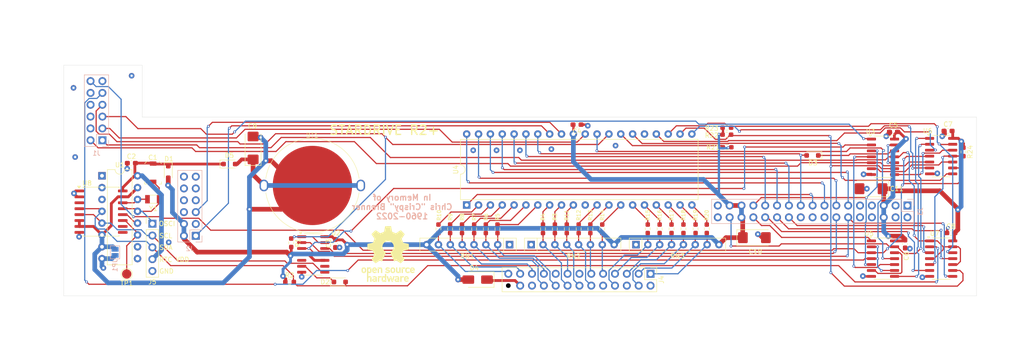
<source format=kicad_pcb>
(kicad_pcb (version 20240108) (generator "pcbnew") (generator_version "8.0")
  (title_block (title "StarDrive R2+") (date "2025-11-05") (rev "EV2") (comment 1 "Layout & Routing: Joe Burks"))
  (layers (0 "F.Cu" signal) (1 "In1.Cu" signal) (2 "In2.Cu" signal) (31 "B.Cu" signal) (34 "B.Paste" user) (35 "F.Paste" user) (36 "B.SilkS" user "B.Silkscreen") (37 "F.SilkS" user "F.Silkscreen") (38 "B.Mask" user) (39 "F.Mask" user) (44 "Edge.Cuts" user))
  (net 0 "")
  (net 1 "/VBAT_GND")
  (net 2 "/RTC_VDD")
  (net 3 "/OSCI")
  (net 4 "VCC")
  (net 5 "GND")
  (net 6 "/D7")
  (net 7 "/SDA")
  (net 8 "Net-(D2-K)")
  (net 9 "Net-(D4-K)")
  (net 10 "/I2C_CLK")
  (net 12 "/RES_N")
  (net 14 "/S2_N")
  (net 16 "/S1_N")
  (net 18 "/A0")
  (net 19 "/OE_N")
  (net 22 "/A1")
  (net 26 "/A2")
  (net 27 "/S4_N")
  (net 29 "/D4")
  (net 31 "/D10")
  (net 32 "/S3_N")
  (net 33 "/D1")
  (net 34 "/D11")
  (net 35 "/D14")
  (net 36 "/D0")
  (net 38 "/D6")
  (net 39 "/RW_N")
  (net 40 "/D3")
  (net 42 "/D2")
  (net 43 "/D15")
  (net 44 "/D13")
  (net 45 "/D5")
  (net 46 "/_REQ")
  (net 47 "/_SEL")
  (net 48 "/_IO")
  (net 49 "/_DB5")
  (net 50 "/_DB7")
  (net 51 "/_DB0")
  (net 52 "/_C_D")
  (net 53 "/_RST")
  (net 54 "/_DB4")
  (net 55 "/_ACK")
  (net 56 "/_DB3")
  (net 57 "/_MSG")
  (net 58 "/_ATN")
  (net 59 "/_DB1")
  (net 60 "/_DB2")
  (net 61 "/_BSY")
  (net 62 "/_DB6")
  (net 63 "/_DBP")
  (net 64 "/DBP")
  (net 65 "/REQ")
  (net 66 "Net-(U4-~{EOP})")
  (net 67 "/~{DRQ}")
  (net 68 "/INT")
  (net 69 "/DB3")
  (net 70 "/DB0")
  (net 71 "/DB1")
  (net 72 "/DB2")
  (net 73 "/DB5")
  (net 74 "/DB4")
  (net 75 "/DB6")
  (net 76 "/DB7")
  (net 77 "/BSY")
  (net 78 "/ACK")
  (net 79 "/SEL")
  (net 80 "/ATN")
  (net 81 "/RST")
  (net 82 "/IO")
  (net 83 "/C_D")
  (net 84 "/MSG")
  (net 85 "/FSET")
  (net 89 "/SCL")
  (net 91 "Net-(U2A-C)")
  (net 93 "/~{D15}")
  (net 94 "/RW")
  (net 95 "Net-(U3-Pad10)")
  (net 96 "/S1")
  (net 98 "/DRQ")
  (net 99 "/~{WR}")
  (net 100 "/~{RD}")
  (net 101 "/~{DACK}")
  (net 102 "/~{CS}")
  (net 103 "/S0_N")
  (net 104 "/S0WR_N")
  (net 105 "/OSCO")
  (net 115 "Net-(D3-K)")
  (net 116 "/S0RD_N")
  (net 120 "Net-(BT1-+)")
  (footprint "TestPoint:TestPoint_Pad_D2.0mm" (layer "F.Cu") (at 63.5 94.8 180)
    (property "Reference" "TP1")
    (property "Value" "FSET")
  )
  (footprint "Capacitor_SMD:C_0603_1608Metric_Pad1.08x0.95mm_HandSolder" (layer "F.Cu") (at 240.1 86)
    (property "Reference" "C8")
    (property "Value" "220n")
  )
  (footprint "Resistor_THT:R_Array_SIP8" (layer "F.Cu") (at 145.54 88.5 180)
    (property "Reference" "RN1")
    (property "Value" "4608X-104-221/331L")
  )
  (footprint "Resistor_SMD:R_0603_1608Metric_Pad0.98x0.95mm_HandSolder" (layer "F.Cu") (at 192.15 67.6 180)
    (property "Reference" "R21")
    (property "Value" "2K")
  )
  (footprint "Capacitor_Tantalum_SMD:CP_EIA-6032-15_Kemet-U" (layer "F.Cu") (at 90.58 67.75 90)
    (property "Reference" "C9")
    (property "Value" "100u")
  )
  (footprint "Capacitor_SMD:C_Trimmer_Voltronics_JZ" (layer "F.Cu") (at 69.15 73.05 -90)
    (property "Reference" "C1")
    (property "Value" "5P-30P")
  )
  (footprint "Capacitor_SMD:C_0603_1608Metric_Pad1.08x0.95mm_HandSolder" (layer "F.Cu") (at 227.8 64.3)
    (property "Reference" "C5")
    (property "Value" "220n")
  )
  (footprint "Resistor_SMD:R_0603_1608Metric_Pad0.98x0.95mm_HandSolder" (layer "F.Cu") (at 137.95 85.1 -90)
    (property "Reference" "R7")
    (property "Value" "10")
  )
  (footprint "Resistor_SMD:R_0603_1608Metric_Pad0.98x0.95mm_HandSolder" (layer "F.Cu") (at 162.85 85.1 -90)
    (property "Reference" "R13")
    (property "Value" "10")
  )
  (footprint "Capacitor_SMD:C_0603_1608Metric_Pad1.08x0.95mm_HandSolder" (layer "F.Cu") (at 108.2 88.25 90)
    (property "Reference" "C3")
    (property "Value" "220n")
  )
  (footprint "Resistor_SMD:R_0603_1608Metric_Pad0.98x0.95mm_HandSolder" (layer "F.Cu") (at 192.1 64.9)
    (property "Reference" "R22")
    (property "Value" "2K")
  )
  (footprint "Resistor_SMD:R_0603_1608Metric_Pad0.98x0.95mm_HandSolder" (layer "F.Cu") (at 98.4 96.5)
    (property "Reference" "R2")
    (property "Value" "10k")
  )
  (footprint "Symbol:OSHW-Logo_11.4x12mm_SilkScreen" (layer "F.Cu") (at 119.5 90.5)
    (property "Reference" "LOGO1" (hide yes))
    (property "Value" "Logo_Open_Hardware_Large" (hide yes))
  )
  (footprint "Resistor_SMD:R_0603_1608Metric_Pad0.98x0.95mm_HandSolder" (layer "F.Cu") (at 155.25 85.1 -90)
    (property "Reference" "R3")
    (property "Value" "10")
  )
  (footprint "Resistor_SMD:R_0603_1608Metric_Pad0.98x0.95mm_HandSolder" (layer "F.Cu") (at 180.25 85.1 -90)
    (property "Reference" "R17")
    (property "Value" "10")
  )
  (footprint "Resistor_SMD:R_0603_1608Metric_Pad0.98x0.95mm_HandSolder" (layer "F.Cu") (at 185.4 85.1 -90)
    (property "Reference" "R19")
    (property "Value" "10")
  )
  (footprint "Capacitor_Tantalum_SMD:CP_EIA-6032-15_Kemet-U" (layer "F.Cu") (at 223 76.5 180)
    (property "Reference" "C11")
    (property "Value" "100u")
  )
  (footprint "Diode_SMD:D_SOD-323_HandSoldering" (layer "F.Cu") (at 72.4 72.9 -90)
    (property "Reference" "D1")
    (property "Value" "1N4148W")
  )
  (footprint "Resistor_SMD:R_0603_1608Metric_Pad0.98x0.95mm_HandSolder" (layer "F.Cu") (at 165.4 85.1 -90)
    (property "Reference" "R14")
    (property "Value" "10")
  )
  (footprint "Resistor_SMD:R_0603_1608Metric_Pad0.98x0.95mm_HandSolder" (layer "F.Cu") (at 182.8 85.1 -90)
    (property "Reference" "R18")
    (property "Value" "10")
  )
  (footprint "Resistor_SMD:R_0603_1608Metric_Pad0.98x0.95mm_HandSolder" (layer "F.Cu") (at 157.8 85.1 -90)
    (property "Reference" "R11")
    (property "Value" "10")
  )
  (footprint "Capacitor_Tantalum_SMD:CP_EIA-6032-15_Kemet-U" (layer "F.Cu") (at 198 87)
    (property "Reference" "C10")
    (property "Value" "100u")
  )
  (footprint "Package_SO:SOIC-14_3.9x8.7mm_P1.27mm" (layer "F.Cu") (at 225.5625 69.65)
    (property "Reference" "U3")
    (property "Value" "74HCT04")
  )
  (footprint "Resistor_SMD:R_0603_1608Metric_Pad0.98x0.95mm_HandSolder" (layer "F.Cu") (at 135.35 85.1 -90)
    (property "Reference" "R8")
    (property "Value" "10")
  )
  (footprint "Connector_PinHeader_2.54mm:PinHeader_2x13_P2.54mm_Vertical" (layer "F.Cu") (at 175.75 94.75 -90)
    (property "Reference" "J4")
    (property "Value" "Conn_02x13_Odd_Even")
  )
  (footprint "ZZZ_ProjectLibrary:AliEx_BatClip" (layer "F.Cu") (at 103.3 75.8)
    (property "Reference" "BT1")
    (property "Value" "Battery_Cell")
  )
  (footprint "Capacitor_SMD:C_0603_1608Metric_Pad1.08x0.95mm_HandSolder" (layer "F.Cu") (at 239.5 64.1)
    (property "Reference" "C7")
    (property "Value" "220n")
  )
  (footprint "Diode_SMD:D_SMA" (layer "F.Cu") (at 138.7 96 180)
    (property "Reference" "D4")
    (property "Value" "S1A_SMA")
  )
  (footprint "Resistor_SMD:R_0603_1608Metric_Pad0.98x0.95mm_HandSolder" (layer "F.Cu") (at 132.8 85.1 -90)
    (property "Reference" "R9")
    (property "Value" "10")
  )
  (footprint "Package_DIP:DIP-16_W7.62mm" (layer "F.Cu") (at 58.2 73.72)
    (property "Reference" "U1")
    (property "Value" "PCF8573P")
  )
  (footprint "Resistor_SMD:R_0603_1608Metric_Pad0.98x0.95mm_HandSolder" (layer "F.Cu") (at 242.8 68.6 -90)
    (property "Reference" "R24")
    (property "Value" "2K")
  )
  (footprint "Connector_PinHeader_2.54mm:PinHeader_1x05_P2.54mm_Vertical" (layer "F.Cu") (at 69 84)
    (property "Reference" "J5")
    (property "Value" "DBG1")
  )
  (footprint "Resistor_SMD:R_0603_1608Metric_Pad0.98x0.95mm_HandSolder" (layer "F.Cu") (at 160.35 85.1 -90)
    (property "Reference" "R12")
    (property "Value" "10")
  )
  (footprint "Resistor_SMD:R_0603_1608Metric_Pad0.98x0.95mm_HandSolder" (layer "F.Cu") (at 130.3 85.1 -90)
    (property "Reference" "R10")
    (property "Value" "10")
  )
  (footprint "Resistor_SMD:R_0603_1608Metric_Pad0.98x0.95mm_HandSolder" (layer "F.Cu") (at 192.1 63.4)
    (property "Reference" "R23")
    (property "Value" "2K")
  )
  (footprint "Package_SO:SOIC-16W_7.5x10.3mm_P1.27mm" (layer "F.Cu") (at 58 81.42)
    (property "Reference" "U8")
    (property "Value" "PCF8573P")
  )
  (footprint "Package_SO:SOIC-14_3.9x8.7mm_P1.27mm" (layer "F.Cu") (at 238.025 91.5)
    (property "Reference" "U7")
    (property "Value" "74HC125")
  )
  (footprint "Diode_SMD:D_SOD-323_HandSoldering" (layer "F.Cu") (at 85.5 71.2)
    (property "Reference" "D5")
    (property "Value" "1N4148W")
  )
  (footprint "Crystal:Crystal_SMD_3215-2Pin_3.2x1.5mm" (layer "F.Cu") (at 69.2 78.75 180)
    (property "Reference" "Y1")
    (property "Value" "32.768K")
  )
  (footprint "Resistor_THT:R_Array_SIP8" (layer "F.Cu") (at 150.17 88.5)
    (property "Reference" "RN2")
    (property "Value" "4608X-104-221/331L")
  )
  (footprint "Resistor_SMD:R_0603_1608Metric_Pad0.98x0.95mm_HandSolder" (layer "F.Cu") (at 98.75 88.1 -90)
    (property "Reference" "R1")
    (property "Value" "120R")
  )
  (footprint "Resistor_THT:R_Array_SIP8" (layer "F.Cu") (at 172.63 88.5)
    (property "Reference" "RN3")
    (property "Value" "4608X-104-221/331L")
  )
  (footprint "Resistor_SMD:R_0603_1608Metric_Pad0.98x0.95mm_HandSolder" (layer "F.Cu") (at 177.7 85.1 -90)
    (property "Reference" "R16")
    (property "Value" "10")
  )
  (footprint "Resistor_SMD:R_0603_1608Metric_Pad0.98x0.95mm_HandSolder" (layer "F.Cu") (at 187.8 85.1 -90)
    (property "Reference" "R20")
    (property "Value" "10")
  )
  (footprint "Diode_SMD:D_SOD-323_HandSoldering" (layer "F.Cu") (at 109.15 96.5)
    (property "Reference" "D2")
    (property "Value" "1N4148W")
  )
  (footprint "Package_SO:SOIC-14_3.9x8.7mm_P1.27mm" (layer "F.Cu") (at 225.5625 91.5)
    (property "Reference" "U5")
    (property "Value" "SN74F32")
  )
  (footprint "Capacitor_SMD:C_0603_1608Metric_Pad1.08x0.95mm_HandSolder" (layer "F.Cu") (at 230.3 88.35 90)
    (property "Reference" "C6")
    (property "Value" "220n")
  )
  (footprint "Package_SO:SO-14_3.9x8.65mm_P1.27mm" (layer "F.Cu") (at 103.475 90.6)
    (property "Reference" "U2")
    (property "Value" "74HCT74")
  )
  (footprint "Package_DIP:DIP-40_W15.24mm" (layer "F.Cu") (at 136.35 80 90)
    (property "Reference" "U4")
    (property "Value" "AM5380")
  )
  (footprint "Resistor_SMD:R_0603_1608Metric_Pad0.98x0.95mm_HandSolder" (layer "F.Cu") (at 140.45 85.1 -90)
    (property "Reference" "R6")
    (property "Value" "10")
  )
  (footprint "Package_SO:SOIC-14_3.9x8.7mm_P1.27mm" (layer "F.Cu") (at 238.025 69.5)
    (property "Reference" "U6")
    (property "Value" "74F32")
  )
  (footprint "Resistor_SMD:R_0603_1608Metric_Pad0.98x0.95mm_HandSolder" (layer "F.Cu") (at 175.15 85.1 -90)
    (property "Reference" "R15")
    (property "Value" "10")
  )
  (footprint "Resistor_SMD:R_0603_1608Metric_Pad0.98x0.95mm_HandSolder" (layer "F.Cu") (at 142.95 85.1 -90)
    (property "Reference" "R5")
    (property "Value" "10")
  )
  (footprint "Capacitor_SMD:C_0603_1608Metric_Pad1.08x0.95mm_HandSolder" (layer "F.Cu") (at 64.5 71)
    (property "Reference" "C2")
    (property "Value" "220n")
  )
  (footprint "Resistor_SMD:R_0603_1608Metric_Pad0.98x0.95mm_HandSolder" (layer "F.Cu") (at 152.7 85.1 -90)
    (property "Reference" "R4")
    (property "Value" "10")
  )
  (footprint "Capacitor_SMD:C_0603_1608Metric_Pad1.08x0.95mm_HandSolder" (layer "F.Cu") (at 160 62.75 180)
    (property "Reference" "C4")
    (property "Value" "220n")
  )
  (footprint "Diode_SMD:D_SOD-323_HandSoldering" (layer "F.Cu") (at 210.45 69.35 180)
    (property "Reference" "D3")
    (property "Value" "1N4148W")
  )
  (footprint "Jumper:SolderJumper-2_P1.3mm_Open_Pad1.0x1.5mm" (layer "B.Cu") (at 61 90.15 90)
    (property "Reference" "JP1")
    (property "Value" "VBAT_GND")
  )
  (footprint "Connector_PinSocket_2.54mm:PinSocket_2x17_P2.54mm_Vertical" (layer "B.Cu") (at 230.8 80.1 90)
    (property "Reference" "J3")
    (property "Value" "Conn_02x17_Odd_Even")
  )
  (footprint "Connector_PinSocket_2.54mm:PinSocket_2x06_P2.54mm_Vertical" (layer "B.Cu") (at 58.29 66.1)
    (property "Reference" "J1")
    (property "Value" "Conn_02x06_Odd_Even")
  )
  (footprint "Connector_PinSocket_2.54mm:PinSocket_2x06_P2.54mm_Vertical" (layer "B.Cu") (at 78.3 86.6)
    (property "Reference" "J2")
    (property "Value" "Conn_02x06_Odd_Even")
  )
  (gr_line (start 66.8 50) (end 66.8 61.1) (stroke (width 0.05)) (layer "Edge.Cuts"))
  (gr_line (start 245.6 99.5) (end 245.6 61.1) (stroke (width 0.05)) (layer "Edge.Cuts"))
  (gr_line (start 50 99.5) (end 50 50) (stroke (width 0.05)) (layer "Edge.Cuts"))
  (gr_line (start 50 50) (end 66.8 50) (stroke (width 0.05)) (layer "Edge.Cuts"))
  (gr_line (start 66.8 61.1) (end 245.6 61.1) (stroke (width 0.05)) (layer "Edge.Cuts"))
  (gr_line (start 50 99.5) (end 245.6 99.5) (stroke (width 0.05)) (layer "Edge.Cuts"))
  (gr_text "In Memory of\nChris {dblquote}Crispy{dblquote} Brenner\n1960-2022\n" (at 122.5 80.4 0) (layer "B.SilkS") (effects (font (size 1.25 1.25) (thickness 0.25) (bold yes)) (justify mirror)))
  (gr_text "GND" (at 70.4 94.2 0) (layer "F.SilkS") (effects (font (size 1 1)) (justify left)))
  (gr_text "RTC VDD" (at 70.4 91.7 0) (layer "F.SilkS") (effects (font (size 1 1)) (justify left)))
  (gr_text "SDA" (at 70.4 89.1 0) (layer "F.SilkS") (effects (font (size 1 1)) (justify left)))
  (gr_text "OSCI" (at 70.3 84 0) (layer "F.SilkS") (effects (font (size 1 1)) (justify left)))
  (gr_text "STARDRIVE R2+" (at 106.75 65.1 0) (layer "F.SilkS") (effects (font (size 2 2) (thickness 0.3)) (justify left bottom)))
  (gr_text "SCL" (at 70.4 86.6 0) (layer "F.SilkS") (effects (font (size 1 1)) (justify left)))
  (segment (start 53.35 83.325) (end 53.35 84.595) (width 0.6) (layer "F.Cu") (net 1))
  (segment (start 96.6 80.9) (end 101.5 76) (width 1) (layer "F.Cu") (net 1))
  (segment (start 63.835 78.245) (end 65.82 76.26) (width 0.6) (layer "F.Cu") (net 1))
  (segment (start 89.8 80.9) (end 96.6 80.9) (width 1) (layer "F.Cu") (net 1))
  (segment (start 94.5 70.5) (end 93.3 70.5) (width 1) (layer "F.Cu") (net 1))
  (segment (start 60.2 84.42) (end 60.2 79.670001) (width 0.6) (layer "F.Cu") (net 1))
  (segment (start 60.2 79.670001) (end 61.625001 78.245) (width 0.6) (layer "F.Cu") (net 1))
  (segment (start 97.200122 73.200122) (end 94.5 70.5) (width 1) (layer "F.Cu") (net 1))
  (segment (start 61.625001 78.245) (end 62.65 78.245) (width 0.6) (layer "F.Cu") (net 1))
  (segment (start 53.35 84.595) (end 56.375 84.595) (width 0.6) (layer "F.Cu") (net 1))
  (segment (start 58.2 86.42) (end 60.2 84.42) (width 0.6) (layer "F.Cu") (net 1))
  (segment (start 92.2 65.5) (end 90.7925 65.5) (width 1) (layer "F.Cu") (net 1))
  (segment (start 56.375 84.595) (end 58.2 86.42) (width 0.6) (layer "F.Cu") (net 1))
  (segment (start 62.65 78.245) (end 63.835 78.245) (width 0.6) (layer "F.Cu") (net 1))
  (via (at 92.2 65.5) (size 1.2) (drill 0.5) (layers "F.Cu" "B.Cu") (net 1))
  (via (at 93.3 70.5) (size 1.2) (drill 0.5) (layers "F.Cu" "B.Cu") (net 1))
  (via (at 89.8 80.9) (size 1.2) (drill 0.5) (layers "F.Cu" "B.Cu") (net 1))
  (segment (start 60.51 88.96) (end 61 89.45) (width 1) (layer "B.Cu") (net 1))
  (segment (start 89.8 91.1) (end 84.2 96.7) (width 1) (layer "B.Cu") (net 1))
  (segment (start 58.2 88.96) (end 60.51 88.96) (width 1) (layer "B.Cu") (net 1))
  (segment (start 59.5 96.7) (end 56.65 93.85) (width 1) (layer "B.Cu") (net 1))
  (segment (start 84.2 96.7) (end 59.5 96.7) (width 1) (layer "B.Cu") (net 1))
  (segment (start 93.3 70.5) (end 89.8 74) (width 1) (layer "B.Cu") (net 1))
  (segment (start 89.8 74) (end 89.8 80.9) (width 1) (layer "B.Cu") (net 1))
  (segment (start 56.65 93.85) (end 56.65 90.51) (width 1) (layer "B.Cu") (net 1))
  (segment (start 58.2 88.96) (end 58.2 86.42) (width 1) (layer "B.Cu") (net 1))
  (segment (start 93.3 70.5) (end 93.3 66.6) (width 1) (layer "B.Cu") (net 1))
  (segment (start 93.3 66.6) (end 92.2 65.5) (width 1) (layer "B.Cu") (net 1))
  (segment (start 89.8 80.9) (end 89.8 91.1) (width 1) (layer "B.Cu") (net 1))
  (segment (start 56.65 90.51) (end 58.2 88.96) (width 1) (layer "B.Cu") (net 1))
  (segment (start 69.15 71.1) (end 69.25 71.2) (width 0.6) (layer "F.Cu") (net 2))
  (segment (start 69.05 71) (end 65.275 71) (width 0.6) (layer "F.Cu") (net 2))
  (segment (start 65.25 71.025) (end 65.275 71) (width 0.6) (layer "F.Cu") (net 2))
  (segment (start 65.25 73.15) (end 65.25 71.025) (width 0.6) (layer "F.Cu") (net 2))
  (segment (start 69.15 71.1) (end 69.05 71) (width 0.6) (layer "F.Cu") (net 2))
  (segment (start 65.18 73.72) (end 65.82 73.72) (width 0.6) (layer "F.Cu") (net 2))
  (segment (start 62.65 76.25) (end 65.18 73.72) (width 0.6) (layer "F.Cu") (net 2))
  (segment (start 69.25 71.2) (end 83.85 71.2) (width 0.6) (layer "F.Cu") (net 2))
  (segment (start 65.82 73.72) (end 65.25 73.15) (width 0.6) (layer "F.Cu") (net 2))
  (segment (start 62.65 76.975) (end 62.65 76.25) (width 0.6) (layer "F.Cu") (net 2))
  (segment (start 69 91.62) (end 70.95 89.67) (width 1) (layer "B.Cu") (net 2))
  (segment (start 70.95 77.85) (end 66.82 73.72) (width 1) (layer "B.Cu") (net 2))
  (segment (start 66.82 73.72) (end 65.82 73.72) (width 1) (layer "B.Cu") (net 2))
  (segment (start 70.95 89.67) (end 70.95 77.85) (width 1) (layer "B.Cu") (net 2))
  (segment (start 68.755 81.34) (end 70.45 79.645) (width 0.25) (layer "F.Cu") (net 3))
  (segment (start 70.45 76.3) (end 69.15 75) (width 0.25) (layer "F.Cu") (net 3))
  (segment (start 65.82 81.34) (end 68.755 81.34) (width 0.25) (layer "F.Cu") (net 3))
  (segment (start 62.65 80.785) (end 65.265 80.785) (width 0.25) (layer "F.Cu") (net 3))
  (segment (start 65.265 80.785) (end 65.82 81.34) (width 0.25) (layer "F.Cu") (net 3))
  (segment (start 70.45 79.645) (end 70.45 76.3) (width 0.25) (layer "F.Cu") (net 3))
  (segment (start 66.79 81.34) (end 65.82 81.34) (width 0.25) (layer "B.Cu") (net 3))
  (segment (start 69 83.55) (end 66.79 81.34) (width 0.25) (layer "B.Cu") (net 3))
  (segment (start 226.6875 86.675) (end 229.574999 86.675) (width 1) (layer "F.Cu") (net 4))
  (segment (start 227.52 76.5) (end 225.4625 76.5) (width 1) (layer "F.Cu") (net 4))
  (segment (start 103.740264 91.87) (end 102.470264 90.6) (width 0.6) (layer "F.Cu") (net 4))
  (segment (start 72.4 74.55) (end 72.4 75.7) (width 1) (layer "F.Cu") (net 4))
  (segment (start 195.5375 87) (end 191.91 87) (width 1) (layer "F.Cu") (net 4))
  (segment (start 240.5 65.69) (end 240.5 64.325) (width 0.6) (layer "F.Cu") (net 4))
  (segment (start 242.8 67.775) (end 242.8 66.8) (width 0.6) (layer "F.Cu") (net 4))
  (segment (start 98.75 88.925) (end 98.75 90.75) (width 0.6) (layer "F.Cu") (net 4))
  (segment (start 195.5 82.9) (end 195.24 82.64) (width 1) (layer "F.Cu") (net 4))
  (segment (start 228.575 64.3) (end 229 64.3) (width 0.6) (layer "F.Cu") (net 4))
  (segment (start 225.72 80.1) (end 225.72 76.7575) (width 1) (layer "F.Cu") (net 4))
  (segment (start 78.6 90.1) (end 75.76 87.26) (width 1) (layer "F.Cu") (net 4))
  (segment (start 240.5 64.325) (end 240.275 64.1) (width 0.6) (layer "F.Cu") (net 4))
  (segment (start 241.6 81) (end 241.6 80.8) (width 1) (layer "F.Cu") (net 4))
  (segment (start 241.6 81) (end 241.6 85.275) (width 1) (layer "F.Cu") (net 4))
  (segment (start 230.140075 87.225) (end 230.2 87.225) (width 1) (layer "F.Cu") (net 4))
  (segment (start 72.4 75.7) (end 72.35 75.75) (width 1) (layer "F.Cu") (net 4))
  (segment (start 240.875 86) (end 240.875 87.315) (width 0.6) (layer "F.Cu") (net 4))
  (segment (start 228 65.8025) (end 228.0375 65.84) (width 0.6) (layer "F.Cu") (net 4))
  (segment (start 229.735 87.69) (end 230.2 87.225) (width 0.6) (layer "F.Cu") (net 4))
  (segment (start 97.575 95.825) (end 97.575 96.5) (width 0.6) (layer "F.Cu") (net 4))
  (segment (start 228.575 64.3) (end 228 64.875) (width 0.6) (layer "F.Cu") (net 4))
  (segment (start 108.2 87.475) (end 107.515 86.79) (width 0.6) (layer "F.Cu") (net 4))
  (segment (start 190.5 64.9) (end 191.275 64.9) (width 0.5) (layer "F.Cu") (net 4))
  (segment (start 191.275 64.9) (end 191.275 63.4) (width 0.5) (layer "F.Cu") (net 4))
  (segment (start 237.75 76.95) (end 227.97 76.95) (width 1) (layer "F.Cu") (net 4))
  (segment (start 227.97 76.95) (end 227.52 76.5) (width 1) (layer "F.Cu") (net 4))
  (segment (start 109.725 87.475) (end 110.75 88.5) (width 0.6) (layer "F.Cu") (net 4))
  (segment (start 191.91 87) (end 190.41 88.5) (width 1) (layer "F.Cu") (net 4))
  (segment (start 241.6 85.275) (end 240.875 86) (width 1) (layer "F.Cu") (net 4))
  (segment (start 107.515 86.79) (end 105.95 86.79) (width 0.6) (layer "F.Cu") (net 4))
  (segment (start 241.6 80.8) (end 237.75 76.95) (width 1) (layer "F.Cu") (net 4))
  (segment (start 98.6 90.9) (end 97.8 90.1) (width 1) (layer "F.Cu") (net 4))
  (segment (start 195.24 80.1) (end 192.7 80.1) (width 1) (layer "F.Cu") (net 4))
  (segment (start 242.8 66.8) (end 241.69 65.69) (width 0.6) (layer "F.Cu") (net 4))
  (segment (start 97.8 90.1) (end 78.6 90.1) (width 1) (layer "F.Cu") (net 4))
  (segment (start 97 95.25) (end 97.575 95.825) (width 0.6) (layer "F.Cu") (net 4))
  (segment (start 105.95 91.87) (end 103.740264 91.87) (width 0.6) (layer "F.Cu") (net 4))
  (segment (start 228 64.875) (end 228 65.8025) (width 0.6) (layer "F.Cu") (net 4))
  (segment (start 75.76 87.26) (end 75.76 86.6) (width 1) (layer "F.Cu") (net 4))
  (segment (start 229.574999 86.675) (end 229.582537 86.667462) (width 1) (layer "F.Cu") (net 4))
  (segment (start 98.75 90.75) (end 98.9 90.6) (width 0.6) (layer "F.Cu") (net 4))
  (segment (start 134.5 96) (end 136.7 96) (width 1) (layer "F.Cu") (net 4))
  (segment (start 241.69 65.69) (end 240.5 65.69) (width 0.6) (layer "F.Cu") (net 4))
  (segment (start 159.225 62.75) (end 159.225 64.745) (width 0.5) (layer "F.Cu") (net 4))
  (segment (start 240.875 87.315) (end 240.5 87.69) (width 0.6) (layer "F.Cu") (net 4))
  (segment (start 228.0375 87.69) (end 229.735 87.69) (width 0.6) (layer "F.Cu") (net 4))
  (segment (start 192.4 67.7) (end 192.875 67.7) (width 0.5) (layer "F.Cu") (net 4))
  (segment (start 102.470264 90.6) (end 101 90.6) (width 0.6) (layer "F.Cu") (net 4))
  (segment (start 190.4 64.8) (end 190.5 64.9) (width 0.5) (layer "F.Cu") (net 4))
  (segment (start 108.2 87.475) (end 109.725 87.475) (width 0.6) (layer "F.Cu") (net 4))
  (segment (start 98.9 90.6) (end 101 90.6) (width 0.6) (layer "F.Cu") (net 4))
  (segment (start 195.5 86.9625) (end 195.5 82.9) (width 1) (layer "F.Cu") (net 4))
  (segment (start 229.582537 86.667462) (end 230.140075 87.225) (width 1) (layer "F.Cu") (net 4))
  (segment (start 229 64.3) (end 230.5 65.8) (width 0.6) (layer "F.Cu") (net 4))
  (via (at 230.5 65.8) (size 1.2) (drill 0.5) (layers "F.Cu" "B.Cu") (net 4))
  (via (at 241.6 81) (size 1.2) (drill 0.5) (layers "F.Cu" "B.Cu") (net 4))
  (via (at 190.4 64.8) (size 0.6) (drill 0.3) (layers "F.Cu" "B.Cu") (net 4))
  (via (at 97 95.25) (size 1.2) (drill 0.5) (layers "F.Cu" "B.Cu") (net 4))
  (via (at 98.6 90.9) (size 1.2) (drill 0.5) (layers "F.Cu" "B.Cu") (net 4))
  (via (at 134.5 96) (size 1.2) (drill 0.5) (layers "F.Cu" "B.Cu") (net 4))
  (via (at 192.4 67.7) (size 0.6) (drill 0.3) (layers "F.Cu" "B.Cu") (net 4))
  (via (at 110.75 88.5) (size 1.2) (drill 0.5) (layers "F.Cu" "B.Cu") (net 4))
  (via (at 72.35 75.75) (size 1.2) (drill 0.5) (layers "F.Cu" "B.Cu") (net 4))
  (via (at 242.35 66.35) (size 1.2) (drill 0.5) (layers "F.Cu" "B.Cu") (net 4))
  (via (at 226.6875 86.675) (size 1.2) (drill 0.5) (layers "F.Cu" "B.Cu") (net 4))
  (segment (start 241.6 81) (end 242.3 80.3) (width 1) (layer "B.Cu") (net 4))
  (segment (start 97 93.75) (end 97 95.25) (width 0.6) (layer "B.Cu") (net 4))
  (segment (start 131.26 85) (end 127.76 88.5) (width 1) (layer "B.Cu") (net 4))
  (segment (start 127.76 88.5) (end 110.75 88.5) (width 1) (layer "B.Cu") (net 4))
  (segment (start 127.76 88.5) (end 134.5 95.24) (width 1) (layer "B.Cu") (net 4))
  (segment (start 190.4 67.8) (end 190.4 77.8) (width 0.5) (layer "B.Cu") (net 4))
  (segment (start 192.3 67.8) (end 192.4 67.7) (width 0.5) (layer "B.Cu") (net 4))
  (segment (start 164.45 85) (end 131.26 85) (width 1) (layer "B.Cu") (net 4))
  (segment (start 227.7 78.12) (end 227.7 68.6) (width 1) (layer "B.Cu") (net 4))
  (segment (start 190.4 77.8) (end 192.7 80.1) (width 0.5) (layer "B.Cu") (net 4))
  (segment (start 98.6 92.15) (end 97 93.75) (width 0.6) (layer "B.Cu") (net 4))
  (segment (start 159.21 70.71) (end 159.21 64.76) (width 1) (layer "B.Cu") (net 4))
  (segment (start 227.7 68.6) (end 230.5 65.8) (width 1) (layer "B.Cu") (net 4))
  (segment (start 109.9 90.5) (end 110.75 89.65) (width 1) (layer "B.Cu") (net 4))
  (segment (start 98.6 90.9) (end 98.6 92.15) (width 0.6) (layer "B.Cu") (net 4))
  (segment (start 73.3 81.6) (end 75.76 84.06) (width 1) (layer "B.Cu") (net 4))
  (segment (start 167.95 88.5) (end 164.45 85) (width 1) (layer "B.Cu") (net 4))
  (segment (start 72.35 75.75) (end 73.3 76.7) (width 1) (layer "B.Cu") (net 4))
  (segment (start 225.72 85.682564) (end 225.72 82.64) (width 1) (layer "B.Cu") (net 4))
  (segment (start 163 74.5) (end 159.21 70.71) (width 1) (layer "B.Cu") (net 4))
  (segment (start 73.3 76.7) (end 73.3 81.6) (width 1) (layer "B.Cu") (net 4))
  (segment (start 225.72 80.1) (end 227.7 78.12) (width 1) (layer "B.Cu") (net 4))
  (segment (start 242.3 80.3) (end 242.3 66.4) (width 1) (layer "B.Cu") (net 4))
  (segment (start 99 90.5) (end 109.9 90.5) (width 1) (layer "B.Cu") (net 4))
  (segment (start 190.4 67.8) (end 192.3 67.8) (width 0.5) (layer "B.Cu") (net 4))
  (segment (start 195.24 82.64) (end 195.24 80.1) (width 1) (layer "B.Cu") (net 4))
  (segment (start 169.5 86.95) (end 167.95 88.5) (width 1) (layer "B.Cu") (net 4))
  (segment (start 75.76 86.6) (end 75.76 84.06) (width 1) (layer "B.Cu") (net 4))
  (segment (start 134.5 95.24) (end 134.5 96) (width 1) (layer "B.Cu") (net 4))
  (segment (start 187.1 74.5) (end 163 74.5) (width 1) (layer "B.Cu") (net 4))
  (segment (start 242.3 66.4) (end 242.35 66.35) (width 1) (layer "B.Cu") (net 4))
  (segment (start 110.75 89.65) (end 110.75 88.5) (width 1) (layer "B.Cu") (net 4))
  (segment (start 226.6875 86.650064) (end 225.72 85.682564) (width 1) (layer "B.Cu") (net 4))
  (segment (start 192.7 80.1) (end 187.1 74.5) (width 1) (layer "B.Cu") (net 4))
  (segment (start 98.6 90.9) (end 99 90.5) (width 1) (layer "B.Cu") (net 4))
  (segment (start 188.86 86.95) (end 169.5 86.95) (width 1) (layer "B.Cu") (net 4))
  (segment (start 225.72 80.1) (end 225.72 82.64) (width 1) (layer "B.Cu") (net 4))
  (segment (start 190.4 64.8) (end 190.4 67.8) (width 0.5) (layer "B.Cu") (net 4))
  (segment (start 190.41 88.5) (end 188.86 86.95) (width 1) (layer "B.Cu") (net 4))
  (segment (start 226.6875 86.675) (end 226.6875 86.650064) (width 1) (layer "B.Cu") (net 4))
  (segment (start 108.2 89.025) (end 109.025 89.025) (width 0.5) (layer "F.Cu") (net 5))
  (segment (start 239.325 85.05) (end 239.325 86) (width 0.5) (layer "F.Cu") (net 5))
  (segment (start 162.075 62.75) (end 162.3 62.975) (width 0.5) (layer "F.Cu") (net 5))
  (segment (start 53.35 86.75) (end 53.3 86.8) (width 0.5) (layer "F.Cu") (net 5))
  (segment (start 235.55 73.31) (end 237.09 73.31) (width 0.5) (layer "F.Cu") (net 5))
  (segment (start 237.09 73.31) (end 237.2 73.2) (width 0.5) (layer "F.Cu") (net 5))
  (segment (start 221.4 73.4) (end 223.0275 73.4) (width 0.6) (layer "F.Cu") (net 5))
  (segment (start 238.725 64.775) (end 238.25 65.25) (width 1) (layer "F.Cu") (net 5))
  (segment (start 227.025 64.475) (end 227.025 64.325) (width 1) (layer "F.Cu") (net 5))
  (segment (start 238.725 64.1) (end 238.725 64.775) (width 1) (layer "F.Cu") (net 5))
  (segment (start 101 94.41) (end 101 95.4) (width 0.5) (layer "F.Cu") (net 5))
  (segment (start 52.725 76.975) (end 52.2 77.5) (width 0.5) (layer "F.Cu") (net 5))
  (segment (start 160.775 62.75) (end 162.075 62.75) (width 0.5) (layer "F.Cu") (net 5))
  (segment (start 223.0875 95.31) (end 221.31 95.31) (width 0.5) (layer "F.Cu") (net 5))
  (segment (start 222.1 76.5) (end 220.5375 76.5) (width 0.5) (layer "F.Cu") (net 5))
  (segment (start 63.550405 82.055) (end 65.375405 83.88) (width 0.25) (layer "F.Cu") (net 5))
  (segment (start 239.475 84.9) (end 239.325 85.05) (width 0.5) (layer "F.Cu") (net 5))
  (segment (start 199.5 87) (end 198.75 86.25) (width 0.6) (layer "F.Cu") (net 5))
  (segment (start 223.0275 73.4) (end 223.0875 73.46) (width 0.6) (layer "F.Cu") (net 5))
  (segment (start 226.25 65.25) (end 227.025 64.475) (width 1) (layer "F.Cu") (net 5))
  (segment (start 63.6 72.2) (end 63.6 71.125) (width 0.5) (layer "F.Cu") (net 5))
  (segment (start 109.025 89.025) (end 109.1 89.1) (width 0.5) (layer "F.Cu") (net 5))
  (segment (start 53.35 85.865) (end 53.35 86.75) (width 0.5) (layer "F.Cu") (net 5))
  (segment (start 231.1875 89.2125) (end 230.3 89.2125) (width 0.6) (layer "F.Cu") (net 5))
  (segment (start 200.4625 87) (end 199.5 87) (width 0.6) (layer "F.Cu") (net 5))
  (segment (start 221.31 95.31) (end 221.25 95.25) (width 0.5) (layer "F.Cu") (net 5))
  (segment (start 231.325 89.35) (end 231.1875 89.2125) (width 0.6) (layer "F.Cu") (net 5))
  (segment (start 52.945 78.245) (end 52.2 77.5) (width 0.5) (layer "F.Cu") (net 5))
  (via (at 63.6 72.2) (size 1.2) (drill 0.5) (layers "F.Cu" "B.Cu") (net 5))
  (via (at 226.25 65.25) (size 1.2) (drill 0.5) (layers "F.Cu" "B.Cu") (net 5))
  (via (at 154.5 68) (size 1.2) (drill 0.5) (layers "F.Cu" "B.Cu") (net 5))
  (via (at 221.4 73.4) (size 1.2) (drill 0.5) (layers "F.Cu" "B.Cu") (net 5))
  (via (at 147.75 68.25) (size 1.2) (drill 0.5) (layers "F.Cu" "B.Cu") (net 5))
  (via (at 64.55 52.25) (size 1.2) (drill 0.5) (layers "F.Cu" "B.Cu") (net 5))
  (via (at 238.25 65.25) (size 1.2) (drill 0.5) (layers "F.Cu" "B.Cu") (net 5))
  (via (at 142.75 68.25) (size 1.2) (drill 0.5) (layers "F.Cu" "B.Cu") (net 5))
  (via (at 237.2 73.2) (size 1.2) (drill 0.5) (layers "F.Cu" "B.Cu") (net 5))
  (via (at 52.1 54.85) (size 1.2) (drill 0.5) (layers "F.Cu" "B.Cu") (net 5))
  (via (at 109.1 89.1) (size 1.2) (drill 0.5) (layers "F.Cu" "B.Cu") (net 5))
  (via (at 72.5 88) (size 1.2) (drill 0.5) (layers "F.Cu" "B.Cu") (net 5))
  (via (at 222.1 76.5) (size 1.2) (drill 0.5) (layers "F.Cu" "B.Cu") (net 5))
  (via (at 198.75 86.25) (size 1.2) (drill 0.5) (layers "F.Cu" "B.Cu") (net 5))
  (via (at 162.3 62.975) (size 1.2) (drill 0.5) (layers "F.Cu" "B.Cu") (net 5))
  (via (at 52.2 77.5) (size 1.2) (drill 0.5) (layers "F.Cu" "B.Cu") (net 5))
  (via (at 53.3 86.8) (size 1.2) (drill 0.5) (layers "F.Cu" "B.Cu") (net 5))
  (via (at 101 95.4) (size 1.2) (drill 0.5) (layers "F.Cu" "B.Cu") (net 5))
  (via (at 168.25 67.25) (size 1.2) (drill 0.5) (layers "F.Cu" "B.Cu") (net 5))
  (via (at 234 95.5) (size 1.2) (drill 0.5) (layers "F.Cu" "B.Cu") (net 5))
  (via (at 239.475 84.9) (size 0.8) (drill 0.4) (layers "F.Cu" "B.Cu") (net 5))
  (via (at 231.325 89.35) (size 1.2) (drill 0.5) (layers "F.Cu" "B.Cu") (net 5))
  (via (at 137.75 68.25) (size 1.2) (drill 0.5) (layers "F.Cu" "B.Cu") (net 5))
  (via (at 221.25 95.25) (size 1.2) (drill 0.5) (layers "F.Cu" "B.Cu") (net 5))
  (via (at 58.5 93.5) (size 1.2) (drill 0.5) (layers "F.Cu" "B.Cu") (net 5))
  (via (at 52.45 69.7) (size 1.2) (drill 0.5) (layers "F.Cu" "B.Cu") (net 5))
  (segment (start 58.2 93.2) (end 58.2 91.5) (width 1) (layer "B.Cu") (net 5))
  (segment (start 58.2 91.5) (end 60.3 91.5) (width 1) (layer "B.Cu") (net 5))
  (segment (start 58.5 93.5) (end 58.2 93.2) (width 1) (layer "B.Cu") (net 5))
  (segment (start 60.3 91.5) (end 61 90.8) (width 1) (layer "B.Cu") (net 5))
  (segment (start 152.25 69) (end 152 68.75) (width 0.25) (layer "F.Cu") (net 6))
  (segment (start 209.2 69.35) (end 209.15 69.3) (width 0.25) (layer "F.Cu") (net 6))
  (segment (start 209.15 69.3) (end 207.94 69.3) (width 0.25) (layer "F.Cu") (net 6))
  (segment (start 207.64 69) (end 152.25 69) (width 0.25) (layer "F.Cu") (net 6))
  (segment (start 207.94 69.3) (end 207.64 69) (width 0.25) (layer "F.Cu") (net 6))
  (via (at 152 68.75) (size 0.6) (drill 0.3) (layers "F.Cu" "B.Cu") (net 6))
  (via (at 207.94 69.3) (size 0.6) (drill 0.3) (layers "F.Cu" "B.Cu") (net 6))
  (segment (start 151.59 64.76) (end 151.59 68.34) (width 0.25) (layer "B.Cu") (net 6))
  (segment (start 151.59 68.34) (end 152 68.75) (width 0.25) (layer "B.Cu") (net 6))
  (segment (start 207.94 69.3) (end 207.94 80.1) (width 0.25) (layer "B.Cu") (net 6))
  (segment (start 110.5 97.325) (end 123.675 97.325) (width 0.25) (layer "F.Cu") (net 7))
  (segment (start 216.055882 93) (end 219.555882 96.5) (width 0.25) (layer "F.Cu") (net 7))
  (segment (start 237.3 89.3) (end 236.96 88.96) (width 0.25) (layer "F.Cu") (net 7))
  (segment (start 123.675 97.325) (end 128 93) (width 0.25) (layer "F.Cu") (net 7))
  (segment (start 72.92 93) (end 69 89.08) (width 0.25) (layer "F.Cu") (net 7))
  (segment (start 219.555882 96.5) (end 237 96.5) (width 0.25) (layer "F.Cu") (net 7))
  (segment (start 53.35 80.785) (end 57.645 80.785) (width 0.25) (layer "F.Cu") (net 7))
  (segment (start 99.225 95.225) (end 97 93) (width 0.25) (layer "F.Cu") (net 7))
  (segment (start 236.96 88.96) (end 235.55 88.96) (width 0.25) (layer "F.Cu") (net 7))
  (segment (start 99.225 96.5) (end 99.225 95.225) (width 0.25) (layer "F.Cu") (net 7))
  (segment (start 99.225 96.5) (end 100.05 97.325) (width 0.25) (layer "F.Cu") (net 7))
  (segment (start 100.05 97.325) (end 110.5 97.325) (width 0.25) (layer "F.Cu") (net 7))
  (segment (start 57.645 80.785) (end 58.2 81.34) (width 0.25) (layer "F.Cu") (net 7))
  (segment (start 97 93) (end 72.92 93) (width 0.25) (layer "F.Cu") (net 7))
  (segment (start 128 93) (end 216.055882 93) (width 0.25) (layer "F.Cu") (net 7))
  (segment (start 110.4 97.225) (end 110.5 97.325) (width 0.25) (layer "F.Cu") (net 7))
  (segment (start 110.4 96.5) (end 110.4 97.225) (width 0.25) (layer "F.Cu") (net 7))
  (via (at 237 96.5) (size 0.6) (drill 0.3) (layers "F.Cu" "B.Cu") (net 7))
  (via (at 237.3 89.3) (size 0.6) (drill 0.3) (layers "F.Cu" "B.Cu") (net 7))
  (segment (start 58.8 85.15) (end 61.45 87.8) (width 0.25) (layer "B.Cu") (net 7))
  (segment (start 56.75 82.79) (end 56.75 84.55) (width 0.25) (layer "B.Cu") (net 7))
  (segment (start 56.75 84.55) (end 57.35 85.15) (width 0.25) (layer "B.Cu") (net 7))
  (segment (start 237.3 96.2) (end 237 96.5) (width 0.25) (layer "B.Cu") (net 7))
  (segment (start 67.72 87.8) (end 69 89.08) (width 0.25) (layer "B.Cu") (net 7))
  (segment (start 58.2 81.34) (end 56.75 82.79) (width 0.25) (layer "B.Cu") (net 7))
  (segment (start 61.45 87.8) (end 67.72 87.8) (width 0.25) (layer "B.Cu") (net 7))
  (segment (start 237.3 89.3) (end 237.3 96.2) (width 0.25) (layer "B.Cu") (net 7))
  (segment (start 57.35 85.15) (end 58.8 85.15) (width 0.25) (layer "B.Cu") (net 7))
  (segment (start 104.225 95.625) (end 107.025 95.625) (width 0.25) (layer "F.Cu") (net 8))
  (segment (start 101.74 93.14) (end 104.225 95.625) (width 0.25) (layer "F.Cu") (net 8))
  (segment (start 107.025 95.625) (end 107.9 96.5) (width 0.25) (layer "F.Cu") (net 8))
  (segment (start 147.81 97.29) (end 146.72 96.2) (width 0.6) (layer "F.Cu") (net 9))
  (segment (start 146.72 96.2) (end 140.9 96.2) (width 0.6) (layer "F.Cu") (net 9))
  (segment (start 65.9 63.6) (end 63.32 61.02) (width 0.25) (layer "F.Cu") (net 10))
  (segment (start 63.32 61.02) (end 58.29 61.02) (width 0.25) (layer "F.Cu") (net 10))
  (segment (start 86.6125 64.3125) (end 86.125 64.8) (width 0.25) (layer "F.Cu") (net 10))
  (segment (start 221.4 65.75) (end 222.9975 65.75) (width 0.25) (layer "F.Cu") (net 10))
  (segment (start 79.366116 63.6) (end 65.9 63.6) (width 0.25) (layer "F.Cu") (net 10))
  (segment (start 86.125 64.8) (end 80.566116 64.8) (width 0.25) (layer "F.Cu") (net 10))
  (segment (start 80.566116 64.8) (end 79.366116 63.6) (width 0.25) (layer "F.Cu") (net 10))
  (via (at 221.4 65.75) (size 0.6) (drill 0.3) (layers "F.Cu" "B.Cu") (net 10))
  (via (at 86.6125 64.3125) (size 0.6) (drill 0.3) (layers "F.Cu" "B.Cu") (net 10))
  (segment (start 88.925 62) (end 185.433604 62) (width 0.25) (layer "B.Cu") (net 10))
  (segment (start 185.433604 62) (end 186.083604 62.65) (width 0.25) (layer "B.Cu") (net 10))
  (segment (start 218.3 62.65) (end 221.4 65.75) (width 0.25) (layer "B.Cu") (net 10))
  (segment (start 186.083604 62.65) (end 218.3 62.65) (width 0.25) (layer "B.Cu") (net 10))
  (segment (start 86.6125 64.3125) (end 88.925 62) (width 0.25) (layer "B.Cu") (net 10))
  (segment (start 118.2 64.7) (end 95.4 64.7) (width 0.25) (layer "F.Cu") (net 12))
  (segment (start 95.4 64.7) (end 93.2 66.9) (width 0.25) (layer "F.Cu") (net 12))
  (segment (start 164.59 67) (end 166.83 64.76) (width 0.25) (layer "F.Cu") (net 12))
  (segment (start 98.75 87.275) (end 99.235 86.79) (width 0.25) (layer "F.Cu") (net 12))
  (segment (start 118.95 65.45) (end 118.2 64.7) (width 0.25) (layer "F.Cu") (net 12))
  (segment (start 56.95 64.15) (end 56.95 59.82) (width 0.25) (layer "F.Cu") (net 12))
  (segment (start 61.4 66.4) (end 59.8 64.8) (width 0.25) (layer "F.Cu") (net 12))
  (segment (start 93.2 66.9) (end 87.8 66.9) (width 0.25) (layer "F.Cu") (net 12))
  (segment (start 118.95 65.45) (end 120.5 67) (width 0.25) (layer "F.Cu") (net 12))
  (segment (start 87.8 66.9) (end 87.3 66.4) (width 0.25) (layer "F.Cu") (net 12))
  (segment (start 57.6 64.8) (end 56.95 64.15) (width 0.25) (layer "F.Cu") (net 12))
  (segment (start 87.3 66.4) (end 61.4 66.4) (width 0.25) (layer "F.Cu") (net 12))
  (segment (start 99.235 86.79) (end 101 86.79) (width 0.25) (layer "F.Cu") (net 12))
  (segment (start 120.5 67) (end 164.59 67) (width 0.25) (layer "F.Cu") (net 12))
  (segment (start 103.308 86.79) (end 101 86.79) (width 0.25) (layer "F.Cu") (net 12))
  (segment (start 104.578 88.06) (end 105.95 88.06) (width 0.25) (layer "F.Cu") (net 12))
  (segment (start 103.308 86.79) (end 104.578 88.06) (width 0.25) (layer "F.Cu") (net 12))
  (segment (start 56.95 59.82) (end 58.29 58.48) (width 0.25) (layer "F.Cu") (net 12))
  (segment (start 59.8 64.8) (end 57.6 64.8) (width 0.25) (layer "F.Cu") (net 12))
  (via (at 99.4 86.8) (size 0.6) (drill 0.3) (layers "F.Cu" "B.Cu") (net 12))
  (via (at 118.95 65.45) (size 0.6) (drill 0.3) (layers "F.Cu" "B.Cu") (net 12))
  (segment (start 106.65 86.8) (end 99.4 86.8) (width 0.25) (layer "B.Cu") (net 12))
  (segment (start 118.95 74.5) (end 106.65 86.8) (width 0.25) (layer "B.Cu") (net 12))
  (segment (start 118.95 65.45) (end 118.95 74.5) (width 0.25) (layer "B.Cu") (net 12))
  (segment (start 214.666116 89.7) (end 114.15 89.7) (width 0.25) (layer "F.Cu") (net 14))
  (segment (start 241.6 75.4) (end 242.1 74.9) (width 0.25) (layer "F.Cu") (net 14))
  (segment (start 242.1 74.9) (end 242.1 72.3) (width 0.25) (layer "F.Cu") (net 14))
  (segment (start 114.15 89.7) (end 109.85 85.4) (width 0.25) (layer "F.Cu") (net 14))
  (segment (start 225.67 90.23) (end 223.0875 90.23) (width 0.25) (layer "F.Cu") (net 14))
  (segment (start 219.375 89.375) (end 214.991116 89.375) (width 0.25) (layer "F.Cu") (net 14))
  (segment (start 242.1 72.3) (end 241.84 72.04) (width 0.25) (layer "F.Cu") (net 14))
  (segment (start 230 70.2) (end 230.6375 69.5625) (width 0.25) (layer "F.Cu") (net 14))
  (segment (start 241.84 72.04) (end 240.5 72.04) (width 0.25) (layer "F.Cu") (net 14))
  (segment (start 229.75 75.7) (end 230.05 75.4) (width 0.25) (layer "F.Cu") (net 14))
  (segment (start 70.9 82.5) (end 64.95 82.5) (width 0.25) (layer "F.Cu") (net 14))
  (segment (start 81.491701 85.4) (end 78.926701 82.835) (width 0.25) (layer "F.Cu") (net 14))
  (segment (start 109.85 85.4) (end 81.491701 85.4) (width 0.25) (layer "F.Cu") (net 14))
  (segment (start 78.926701 82.835) (end 71.235 82.835) (width 0.25) (layer "F.Cu") (net 14))
  (segment (start 223.0875 90.23) (end 220.23 90.23) (width 0.25) (layer "F.Cu") (net 14))
  (segment (start 230.6375 69.5625) (end 235.4875 69.5625) (width 0.25) (layer "F.Cu") (net 14))
  (segment (start 226.5 89.4) (end 225.67 90.23) (width 0.25) (layer "F.Cu") (net 14))
  (segment (start 214.991116 89.375) (end 214.666116 89.7) (width 0.25) (layer "F.Cu") (net 14))
  (segment (start 71.235 82.835) (end 70.9 82.5) (width 0.25) (layer "F.Cu") (net 14))
  (segment (start 230.05 75.4) (end 241.6 75.4) (width 0.25) (layer "F.Cu") (net 14))
  (segment (start 220.23 90.23) (end 219.375 89.375) (width 0.25) (layer "F.Cu") (net 14))
  (via (at 226.5 89.4) (size 0.6) (drill 0.3) (layers "F.Cu" "B.Cu") (net 14))
  (via (at 229.75 75.7) (size 0.6) (drill 0.3) (layers "F.Cu" "B.Cu") (net 14))
  (via (at 230 70.2) (size 0.6) (drill 0.3) (layers "F.Cu" "B.Cu") (net 14))
  (via (at 64.95 82.5) (size 0.6) (drill 0.3) (layers "F.Cu" "B.Cu") (net 14))
  (segment (start 62.3 79.85) (end 62.3 57.3) (width 0.25) (layer "B.Cu") (net 14))
  (segment (start 56.925 54.575) (end 55.75 53.4) (width 0.25) (layer "B.Cu") (net 14))
  (segment (start 59.575 54.575) (end 56.925 54.575) (width 0.25) (layer "B.Cu") (net 14))
  (segment (start 62.3 57.3) (end 59.575 54.575) (width 0.25) (layer "B.Cu") (net 14))
  (segment (start 229.5 75.95) (end 229.5 86.4) (width 0.25) (layer "B.Cu") (net 14))
  (segment (start 230 75.45) (end 229.75 75.7) (width 0.25) (layer "B.Cu") (net 14))
  (segment (start 229.75 75.7) (end 229.5 75.95) (width 0.25) (layer "B.Cu") (net 14))
  (segment (start 229.5 86.4) (end 226.5 89.4) (width 0.25) (layer "B.Cu") (net 14))
  (segment (start 64.95 82.5) (end 62.3 79.85) (width 0.25) (layer "B.Cu") (net 14))
  (segment (start 230 70.2) (end 230 75.45) (width 0.25) (layer "B.Cu") (net 14))
  (segment (start 145.183058 71.1) (end 145.733058 71.65) (width 0.25) (layer "F.Cu") (net 16))
  (segment (start 207.98 70.92) (end 223.0875 70.92) (width 0.25) (layer "F.Cu") (net 16))
  (segment (start 207.25 71.65) (end 207.98 70.92) (width 0.25) (layer "F.Cu") (net 16))
  (segment (start 145.733058 71.65) (end 207.25 71.65) (width 0.25) (layer "F.Cu") (net 16))
  (segment (start 235.55 70.77) (end 231.08 70.77) (width 0.25) (layer "F.Cu") (net 16))
  (segment (start 97.6 66.4) (end 112.3 66.4) (width 0.25) (layer "F.Cu") (net 16))
  (segment (start 95.5 68.5) (end 97.6 66.4) (width 0.25) (layer "F.Cu") (net 16))
  (segment (start 231.08 70.77) (end 230.285 71.565) (width 0.25) (layer "F.Cu") (net 16))
  (segment (start 225.07 70.92) (end 223.0875 70.92) (width 0.25) (layer "F.Cu") (net 16))
  (segment (start 112.3 66.4) (end 117 71.1) (width 0.25) (layer "F.Cu") (net 16))
  (segment (start 57.375 67.725) (end 77.479762 67.725) (width 0.25) (layer "F.Cu") (net 16))
  (segment (start 77.479762 67.725) (end 78.254762 68.5) (width 0.25) (layer "F.Cu") (net 16))
  (segment (start 225.715 71.565) (end 225.07 70.92) (width 0.25) (layer "F.Cu") (net 16))
  (segment (start 55.75 66.1) (end 57.375 67.725) (width 0.25) (layer "F.Cu") (net 16))
  (segment (start 78.254762 68.5) (end 95.5 68.5) (width 0.25) (layer "F.Cu") (net 16))
  (segment (start 117 71.1) (end 145.183058 71.1) (width 0.25) (layer "F.Cu") (net 16))
  (segment (start 230.285 71.565) (end 225.715 71.565) (width 0.25) (layer "F.Cu") (net 16))
  (segment (start 59.86 63.56) (end 58.29 63.56) (width 0.25) (layer "F.Cu") (net 18))
  (segment (start 133.25 66.5) (end 130.5 63.75) (width 0.25) (layer "F.Cu") (net 18))
  (segment (start 88.85 63.75) (end 87 65.6) (width 0.25) (layer "F.Cu") (net 18))
  (segment (start 161.75 64.76) (end 160.01 66.5) (width 0.25) (layer "F.Cu") (net 18))
  (segment (start 130.5 63.75) (end 88.85 63.75) (width 0.25) (layer "F.Cu") (net 18))
  (segment (start 61.9 65.6) (end 59.86 63.56) (width 0.25) (layer "F.Cu") (net 18))
  (segment (start 87 65.6) (end 61.9 65.6) (width 0.25) (layer "F.Cu") (net 18))
  (segment (start 160.01 66.5) (end 133.25 66.5) (width 0.25) (layer "F.Cu") (net 18))
  (segment (start 238.470908 89.554091) (end 238.470908 88.96) (width 0.25) (layer "F.Cu") (net 19))
  (segment (start 240.5 92.77) (end 241.474999 92.77) (width 0.25) (layer "F.Cu") (net 19))
  (segment (start 236.524999 91.5) (end 238.470908 89.554091) (width 0.25) (layer "F.Cu") (net 19))
  (segment (start 94.4 67.7) (end 96.6 65.5) (width 0.25) (layer "F.Cu") (net 19))
  (segment (start 115.7 65.5) (end 120 69.8) (width 0.25) (layer "F.Cu") (net 19))
  (segment (start 79.1 67.7) (end 94.4 67.7) (width 0.25) (layer "F.Cu") (net 19))
  (segment (start 241.474999 92.77) (end 242.15 92.094999) (width 0.25) (layer "F.Cu") (net 19))
  (segment (start 235.55 91.5) (end 236.524999 91.5) (width 0.25) (layer "F.Cu") (net 19))
  (segment (start 219.84 70.375) (end 219.92 70.295) (width 0.25) (layer "F.Cu") (net 19))
  (segment (start 232.25 86.5) (end 232.25 86.64) (width 0.25) (layer "F.Cu") (net 19))
  (segment (start 230.85 68.75) (end 229.912499 68.75) (width 0.25) (layer "F.Cu") (net 19))
  (segment (start 58.29 66.1) (end 59.29 67.1) (width 0.25) (layer "F.Cu") (net 19))
  (segment (start 226.75 69.65) (end 228.0375 69.65) (width 0.25) (layer "F.Cu") (net 19))
  (segment (start 219.92 70.295) (end 226.105 70.295) (width 0.25) (layer "F.Cu") (net 19))
  (segment (start 148.075 70.375) (end 219.84 70.375) (width 0.25) (layer "F.Cu") (net 19))
  (segment (start 147.5 69.8) (end 148.075 70.375) (width 0.25) (layer "F.Cu") (net 19))
  (segment (start 120 69.8) (end 147.5 69.8) (width 0.25) (layer "F.Cu") (net 19))
  (segment (start 241.71 88.96) (end 240.5 88.96) (width 0.25) (layer "F.Cu") (net 19))
  (segment (start 242.15 92.094999) (end 242.15 89.4) (width 0.25) (layer "F.Cu") (net 19))
  (segment (start 59.29 67.1) (end 78.5 67.1) (width 0.25) (layer "F.Cu") (net 19))
  (segment (start 242.15 89.4) (end 241.71 88.96) (width 0.25) (layer "F.Cu") (net 19))
  (segment (start 233.3 87.69) (end 235.55 87.69) (width 0.25) (layer "F.Cu") (net 19))
  (segment (start 232.25 86.64) (end 233.3 87.69) (width 0.25) (layer "F.Cu") (net 19))
  (segment (start 229.912499 68.75) (end 229.012499 69.65) (width 0.25) (layer "F.Cu") (net 19))
  (segment (start 78.5 67.1) (end 79.1 67.7) (width 0.25) (layer "F.Cu") (net 19))
  (segment (start 237.200908 87.69) (end 235.55 87.69) (width 0.25) (layer "F.Cu") (net 19))
  (segment (start 226.105 70.295) (end 226.75 69.65) (width 0.25) (layer "F.Cu") (net 19))
  (segment (start 96.6 65.5) (end 115.7 65.5) (width 0.25) (layer "F.Cu") (net 19))
  (segment (start 240.5 88.96) (end 238.470908 88.96) (width 0.25) (layer "F.Cu") (net 19))
  (segment (start 238.470908 88.96) (end 237.200908 87.69) (width 0.25) (layer "F.Cu") (net 19))
  (segment (start 229.012499 69.65) (end 228.0375 69.65) (width 0.25) (layer "F.Cu") (net 19))
  (via (at 232.25 86.5) (size 0.6) (drill 0.3) (layers "F.Cu" "B.Cu") (net 19))
  (via (at 230.85 68.75) (size 0.6) (drill 0.3) (layers "F.Cu" "B.Cu") (net 19))
  (segment (start 232.25 75.9) (end 231.2 74.85) (width 0.25) (layer "B.Cu") (net 19))
  (segment (start 231.2 69.1) (end 230.85 68.75) (width 0.25) (layer "B.Cu") (net 19))
  (segment (start 232.25 86.5) (end 232.25 75.9) (width 0.25) (layer "B.Cu") (net 19))
  (segment (start 231.2 74.85) (end 231.2 69.1) (width 0.25) (layer "B.Cu") (net 19))
  (segment (start 81.85 62.25) (end 154.16 62.25) (width 0.25) (layer "F.Cu") (net 22))
  (segment (start 154.16 62.25) (end 156.67 64.76) (width 0.25) (layer "F.Cu") (net 22))
  (segment (start 81 63.1) (end 81.85 62.25) (width 0.25) (layer "F.Cu") (net 22))
  (via (at 81 63.1) (size 0.6) (drill 0.3) (layers "F.Cu" "B.Cu") (net 22))
  (segment (start 80.75 79.07) (end 78.3 81.52) (width 0.25) (layer "B.Cu") (net 22))
  (segment (start 80.75 63.35) (end 80.75 79.07) (width 0.25) (layer "B.Cu") (net 22))
  (segment (start 81 63.1) (end 80.75 63.35) (width 0.25) (layer "B.Cu") (net 22))
  (segment (start 85.5 63.5) (end 86 63) (width 0.25) (layer "F.Cu") (net 26))
  (segment (start 152.37 63) (end 154.13 64.76) (width 0.25) (layer "F.Cu") (net 26))
  (segment (start 86 63) (end 152.37 63) (width 0.25) (layer "F.Cu") (net 26))
  (via (at 85.5 63.5) (size 0.6) (drill 0.3) (layers "F.Cu" "B.Cu") (net 26))
  (segment (start 85.3 63.7) (end 85.3 79.6) (width 0.25) (layer "B.Cu") (net 26))
  (segment (start 85.3 79.6) (end 78.3 86.6) (width 0.25) (layer "B.Cu") (net 26))
  (segment (start 85.5 63.5) (end 85.3 63.7) (width 0.25) (layer "B.Cu") (net 26))
  (segment (start 193 88.8) (end 203.3 88.8) (width 0.25) (layer "F.Cu") (net 27))
  (segment (start 226.308884 88.325) (end 226.943884 88.96) (width 0.25) (layer "F.Cu") (net 27))
  (segment (start 203.3 88.8) (end 203.775 88.325) (width 0.25) (layer "F.Cu") (net 27))
  (segment (start 232.575 90.4) (end 230.05 90.4) (width 0.25) (layer "F.Cu") (net 27))
  (segment (start 230.05 90.4) (end 228.61 88.96) (width 0.25) (layer "F.Cu") (net 27))
  (segment (start 228.61 88.96) (end 228.0375 88.96) (width 0.25) (layer "F.Cu") (net 27))
  (segment (start 233.79 66.96) (end 235.55 66.96) (width 0.25) (layer "F.Cu") (net 27))
  (segment (start 233.675 89.3) (end 232.575 90.4) (width 0.25) (layer "F.Cu") (net 27))
  (segment (start 203.775 88.325) (end 226.308884 88.325) (width 0.25) (layer "F.Cu") (net 27))
  (segment (start 233.5 67.25) (end 233.79 66.96) (width 0.25) (layer "F.Cu") (net 27))
  (segment (start 226.943884 88.96) (end 228.0375 88.96) (width 0.25) (layer "F.Cu") (net 27))
  (via (at 233.5 67.25) (size 0.6) (drill 0.3) (layers "F.Cu" "B.Cu") (net 27))
  (via (at 193 88.8) (size 0.6) (drill 0.3) (layers "F.Cu" "B.Cu") (net 27))
  (via (at 233.675 89.3) (size 0.6) (drill 0.3) (layers "F.Cu" "B.Cu") (net 27))
  (segment (start 233.675 74.325) (end 233.675 89.3) (width 0.25) (layer "B.Cu") (net 27))
  (segment (start 233.2 73.85) (end 233.675 74.325) (width 0.25) (layer "B.Cu") (net 27))
  (segment (start 233.5 67.25) (end 233.2 67.55) (width 0.25) (layer "B.Cu") (net 27))
  (segment (start 193 88.8) (end 193 82.94) (width 0.25) (layer "B.Cu") (net 27))
  (segment (start 233.2 67.55) (end 233.2 73.85) (width 0.25) (layer "B.Cu") (net 27))
  (segment (start 202.5 72.4) (end 144.4 72.4) (width 0.25) (layer "F.Cu") (net 29))
  (segment (start 144.4 72.4) (end 144 72) (width 0.25) (layer "F.Cu") (net 29))
  (segment (start 202.575 72.325) (end 202.5 72.4) (width 0.25) (layer "F.Cu") (net 29))
  (via (at 144 72) (size 0.6) (drill 0.3) (layers "F.Cu" "B.Cu") (net 29))
  (via (at 202.575 72.325) (size 0.6) (drill 0.3) (layers "F.Cu" "B.Cu") (net 29))
  (segment (start 143.97 71.97) (end 144 72) (width 0.25) (layer "B.Cu") (net 29))
  (segment (start 202.575 72.325) (end 202.86 72.61) (width 0.25) (layer "B.Cu") (net 29))
  (segment (start 202.86 72.61) (end 202.86 80.1) (width 0.25) (layer "B.Cu") (net 29))
  (segment (start 143.97 64.76) (end 143.97 71.97) (width 0.25) (layer "B.Cu") (net 29))
  (segment (start 215.25 90) (end 214.85 90.4) (width 0.25) (layer "F.Cu") (net 31))
  (segment (start 214.85 90.4) (end 108.037304 90.4) (width 0.25) (layer "F.Cu") (net 31))
  (segment (start 108.037304 90.4) (end 106.967304 89.33) (width 0.25) (layer "F.Cu") (net 31))
  (segment (start 106.967304 89.33) (end 105.95 89.33) (width 0.25) (layer "F.Cu") (net 31))
  (via (at 215.25 90) (size 0.6) (drill 0.3) (layers "F.Cu" "B.Cu") (net 31))
  (segment (start 215.25 90) (end 215.56 89.69) (width 0.25) (layer "B.Cu") (net 31))
  (segment (start 215.56 89.69) (end 215.56 82.64) (width 0.25) (layer "B.Cu") (net 31))
  (segment (start 199.54 84.4) (end 197.78 82.64) (width 0.25) (layer "F.Cu") (net 32))
  (segment (start 203.85 86.95) (end 201.3 84.4) (width 0.25) (layer "F.Cu") (net 32))
  (segment (start 201.3 84.4) (end 199.54 84.4) (width 0.25) (layer "F.Cu") (net 32))
  (segment (start 223.0875 87.69) (end 222.3475 86.95) (width 0.25) (layer "F.Cu") (net 32))
  (segment (start 222.3475 86.95) (end 203.85 86.95) (width 0.25) (layer "F.Cu") (net 32))
  (segment (start 136.7 75) (end 136.95 75.25) (width 0.25) (layer "F.Cu") (net 33))
  (segment (start 136.95 75.25) (end 212.5 75.25) (width 0.25) (layer "F.Cu") (net 33))
  (via (at 136.7 75) (size 0.6) (drill 0.3) (layers "F.Cu" "B.Cu") (net 33))
  (via (at 212.5 75.25) (size 0.6) (drill 0.3) (layers "F.Cu" "B.Cu") (net 33))
  (segment (start 212.5 75.25) (end 213.02 75.77) (width 0.25) (layer "B.Cu") (net 33))
  (segment (start 213.02 75.77) (end 213.02 80.1) (width 0.25) (layer "B.Cu") (net 33))
  (segment (start 136.7 75) (end 136.35 74.65) (width 0.25) (layer "B.Cu") (net 33))
  (segment (start 136.35 74.65) (end 136.35 64.76) (width 0.25) (layer "B.Cu") (net 33))
  (segment (start 108.000908 91) (end 106.955908 89.955) (width 0.25) (layer "F.Cu") (net 34))
  (segment (start 238.4 84) (end 238.3 83.9) (width 0.25) (layer "F.Cu") (net 34))
  (segment (start 217.9 90.9) (end 217.8 91) (width 0.25) (layer "F.Cu") (net 34))
  (segment (start 219.36 83.9) (end 218.1 82.64) (width 0.25) (layer "F.Cu") (net 34))
  (segment (start 106.955908 89.955) (end 104.705 89.955) (width 0.25) (layer "F.Cu") (net 34))
  (segment (start 238.3 83.9) (end 219.36 83.9) (width 0.25) (layer "F.Cu") (net 34))
  (segment (start 102.81 88.06) (end 101 88.06) (width 0.25) (layer "F.Cu") (net 34))
  (segment (start 104.705 89.955) (end 102.81 88.06) (width 0.25) (layer "F.Cu") (net 34))
  (segment (start 217.8 91) (end 108.000908 91) (width 0.25) (layer "F.Cu") (net 34))
  (segment (start 239 95.25) (end 240.44 95.25) (width 0.25) (layer "F.Cu") (net 34))
  (via (at 239 95.25) (size 0.6) (drill 0.3) (layers "F.Cu" "B.Cu") (net 34))
  (via (at 217.9 90.9) (size 0.6) (drill 0.3) (layers "F.Cu" "B.Cu") (net 34))
  (via (at 238.4 84) (size 0.6) (drill 0.3) (layers "F.Cu" "B.Cu") (net 34))
  (segment (start 238.4 84) (end 238.7 84.3) (width 0.25) (layer "B.Cu") (net 34))
  (segment (start 238.7 94.95) (end 239 95.25) (width 0.25) (layer "B.Cu") (net 34))
  (segment (start 238.7 84.3) (end 238.7 94.95) (width 0.25) (layer "B.Cu") (net 34))
  (segment (start 218.1 90.7) (end 218.1 82.64) (width 0.25) (layer "B.Cu") (net 34))
  (segment (start 217.9 90.9) (end 218.1 90.7) (width 0.25) (layer "B.Cu") (net 34))
  (segment (start 237.9 85.5) (end 238 85.4) (width 0.25) (layer "F.Cu") (net 35))
  (segment (start 238.2 91.5) (end 240.5 91.5) (width 0.25) (layer "F.Cu") (net 35))
  (segment (start 232.2 85.5) (end 237.9 85.5) (width 0.25) (layer "F.Cu") (net 35))
  (segment (start 231.8 85.1) (end 232.2 85.5) (width 0.25) (layer "F.Cu") (net 35))
  (segment (start 238 91.3) (end 238.2 91.5) (width 0.25) (layer "F.Cu") (net 35))
  (segment (start 202.86 82.64) (end 205.32 85.1) (width 0.25) (layer "F.Cu") (net 35))
  (segment (start 205.32 85.1) (end 231.8 85.1) (width 0.25) (layer "F.Cu") (net 35))
  (via (at 238 91.3) (size 0.6) (drill 0.3) (layers "F.Cu" "B.Cu") (net 35))
  (via (at 238 85.4) (size 0.6) (drill 0.3) (layers "F.Cu" "B.Cu") (net 35))
  (segment (start 238 85.4) (end 238 91.3) (width 0.25) (layer "B.Cu") (net 35))
  (segment (start 136.35 80) (end 138.6 77.75) (width 0.25) (layer "F.Cu") (net 36))
  (segment (start 138.6 77.75) (end 210.05 77.75) (width 0.25) (layer "F.Cu") (net 36))
  (segment (start 210.05 77.75) (end 210.1 77.7) (width 0.25) (layer "F.Cu") (net 36))
  (via (at 210.1 77.7) (size 0.6) (drill 0.3) (layers "F.Cu" "B.Cu") (net 36))
  (segment (start 210.1 77.7) (end 210.48 78.08) (width 0.25) (layer "B.Cu") (net 36))
  (segment (start 210.48 78.08) (end 210.48 80.1) (width 0.25) (layer "B.Cu") (net 36))
  (segment (start 149.25 69.5) (end 149.35 69.6) (width 0.25) (layer "F.Cu") (net 38))
  (segment (start 149.35 69.6) (end 199.85 69.6) (width 0.25) (layer "F.Cu") (net 38))
  (segment (start 199.85 69.6) (end 200 69.75) (width 0.25) (layer "F.Cu") (net 38))
  (via (at 149.25 69.5) (size 0.6) (drill 0.3) (layers "F.Cu" "B.Cu") (net 38))
  (via (at 200 69.75) (size 0.6) (drill 0.3) (layers "F.Cu" "B.Cu") (net 38))
  (segment (start 149.25 69.5) (end 149.05 69.3) (width 0.25) (layer "B.Cu") (net 38))
  (segment (start 149.05 69.3) (end 149.05 64.76) (width 0.25) (layer "B.Cu") (net 38))
  (segment (start 200 69.75) (end 200.32 70.07) (width 0.25) (layer "B.Cu") (net 38))
  (segment (start 200.32 70.07) (end 200.32 80.1) (width 0.25) (layer "B.Cu") (net 38))
  (segment (start 221.8 92.77) (end 223.0875 92.77) (width 0.25) (layer "F.Cu") (net 39))
  (segment (start 224.3 68.38) (end 223.0875 68.38) (width 0.25) (layer "F.Cu") (net 39))
  (segment (start 222 78.4) (end 199.48 78.4) (width 0.25) (layer "F.Cu") (net 39))
  (segment (start 199.48 78.4) (end 197.78 80.1) (width 0.25) (layer "F.Cu") (net 39))
  (via (at 221.8 92.77) (size 0.6) (drill 0.3) (layers "F.Cu" "B.Cu") (net 39))
  (via (at 222 78.4) (size 0.6) (drill 0.3) (layers "F.Cu" "B.Cu") (net 39))
  (via (at 224.3 68.38) (size 0.6) (drill 0.3) (layers "F.Cu" "B.Cu") (net 39))
  (segment (start 221.8 92.77) (end 221.8 83.71) (width 0.25) (layer "B.Cu") (net 39))
  (segment (start 224.3 76.1) (end 222 78.4) (width 0.25) (layer "B.Cu") (net 39))
  (segment (start 224.3 68.38) (end 224.3 76.1) (width 0.25) (layer "B.Cu") (net 39))
  (segment (start 221.955 83.555) (end 221.955 78.445) (width 0.25) (layer "B.Cu") (net 39))
  (segment (start 221.8 83.71) (end 221.955 83.555) (width 0.25) (layer "B.Cu") (net 39))
  (segment (start 221.955 78.445) (end 222 78.4) (width 0.25) (layer "B.Cu") (net 39))
  (segment (start 217.8 73) (end 142 73) (width 0.25) (layer "F.Cu") (net 40))
  (segment (start 217.9 72.9) (end 217.8 73) (width 0.25) (layer "F.Cu") (net 40))
  (via (at 217.9 72.9) (size 0.6) (drill 0.3) (layers "F.Cu" "B.Cu") (net 40))
  (via (at 142 73) (size 0.6) (drill 0.3) (layers "F.Cu" "B.Cu") (net 40))
  (segment (start 217.9 72.9) (end 218.1 73.1) (width 0.25) (layer "B.Cu") (net 40))
  (segment (start 142 73) (end 141.43 72.43) (width 0.25) (layer "B.Cu") (net 40))
  (segment (start 141.43 72.43) (end 141.43 64.76) (width 0.25) (layer "B.Cu") (net 40))
  (segment (start 218.1 73.1) (end 218.1 80.1) (width 0.25) (layer "B.Cu") (net 40))
  (segment (start 215 74.25) (end 215.5 74.75) (width 0.25) (layer "F.Cu") (net 42))
  (segment (start 139.25 74.25) (end 215 74.25) (width 0.25) (layer "F.Cu") (net 42))
  (segment (start 139 74) (end 139.25 74.25) (width 0.25) (layer "F.Cu") (net 42))
  (via (at 215.5 74.75) (size 0.6) (drill 0.3) (layers "F.Cu" "B.Cu") (net 42))
  (via (at 139 74) (size 0.6) (drill 0.3) (layers "F.Cu" "B.Cu") (net 42))
  (segment (start 215.56 74.81) (end 215.5 74.75) (width 0.25) (layer "B.Cu") (net 42))
  (segment (start 138.89 73.89) (end 138.89 64.76) (width 0.25) (layer "B.Cu") (net 42))
  (segment (start 139 74) (end 138.89 73.89) (width 0.25) (layer "B.Cu") (net 42))
  (segment (start 215.56 80.1) (end 215.56 74.81) (width 0.25) (layer "B.Cu") (net 42))
  (segment (start 203.85 85.7) (end 200.79 82.64) (width 0.25) (layer "F.Cu") (net 43))
  (segment (start 231 86) (end 230.7 85.7) (width 0.25) (layer "F.Cu") (net 43))
  (segment (start 230.7 85.7) (end 203.85 85.7) (width 0.25) (layer "F.Cu") (net 43))
  (segment (start 232 94.04) (end 235.55 94.04) (width 0.25) (layer "F.Cu") (net 43))
  (via (at 231 86) (size 0.6) (drill 0.3) (layers "F.Cu" "B.Cu") (net 43))
  (via (at 232 94.04) (size 0.6) (drill 0.3) (layers "F.Cu" "B.Cu") (net 43))
  (segment (start 231 86.7) (end 232.3 88) (width 0.25) (layer "B.Cu") (net 43))
  (segment (start 232.3 88) (end 232.3 93.74) (width 0.25) (layer "B.Cu") (net 43))
  (segment (start 232.3 93.74) (end 232 94.04) (width 0.25) (layer "B.Cu") (net 43))
  (segment (start 231 86) (end 231 86.7) (width 0.25) (layer "B.Cu") (net 43))
  (segment (start 234.3 84.7) (end 234 84.4) (width 0.25) (layer "F.Cu") (net 44))
  (segment (start 207.16 84.4) (end 205.4 82.64) (width 0.25) (layer "F.Cu") (net 44))
  (segment (start 234.63 90.23) (end 235.55 90.23) (width 0.25) (layer "F.Cu") (net 44))
  (segment (start 234.3 89.9) (end 234.63 90.23) (width 0.25) (layer "F.Cu") (net 44))
  (segment (start 234 84.4) (end 207.16 84.4) (width 0.25) (layer "F.Cu") (net 44))
  (via (at 234.3 89.9) (size 0.6) (drill 0.3) (layers "F.Cu" "B.Cu") (net 44))
  (via (at 234.3 84.7) (size 0.6) (drill 0.3) (layers "F.Cu" "B.Cu") (net 44))
  (segment (start 234.3 84.7) (end 234.3 89.9) (width 0.25) (layer "B.Cu") (net 44))
  (segment (start 146.75 71) (end 204.75 71) (width 0.25) (layer "F.Cu") (net 45))
  (via (at 204.75 71) (size 0.6) (drill 0.3) (layers "F.Cu" "B.Cu") (net 45))
  (via (at 146.75 71) (size 0.6) (drill 0.3) (layers "F.Cu" "B.Cu") (net 45))
  (segment (start 205.4 71.65) (end 205.4 80.1) (width 0.25) (layer "B.Cu") (net 45))
  (segment (start 204.75 71) (end 205.4 71.65) (width 0.25) (layer "B.Cu") (net 45))
  (segment (start 146.51 64.76) (end 146.51 70.76) (width 0.25) (layer "B.Cu") (net 45))
  (segment (start 146.51 70.76) (end 146.75 71) (width 0.25) (layer "B.Cu") (net 45))
  (segment (start 187.87 86.0825) (end 187.8 86.0125) (width 0.25) (layer "F.Cu") (net 46))
  (segment (start 187.87 88.5) (end 187.87 86.0825) (width 0.25) (layer "F.Cu") (net 46))
  (segment (start 187.87 88.5) (end 181.62 94.75) (width 0.25) (layer "B.Cu") (net 46))
  (segment (start 181.62 94.75) (end 175.75 94.75) (width 0.25) (layer "B.Cu") (net 46))
  (segment (start 160.33 86.0325) (end 160.35 86.0125) (width 0.25) (layer "F.Cu") (net 47))
  (segment (start 160.33 88.5) (end 160.33 86.0325) (width 0.25) (layer "F.Cu") (net 47))
  (segment (start 161.825 89.995) (end 161.825 96.065) (width 0.25) (layer "B.Cu") (net 47))
  (segment (start 160.33 88.5) (end 161.825 89.995) (width 0.25) (layer "B.Cu") (net 47))
  (segment (start 161.825 96.065) (end 163.05 97.29) (width 0.25) (layer "B.Cu") (net 47))
  (segment (start 180.25 88.5) (end 180.25 86.0125) (width 0.25) (layer "F.Cu") (net 48))
  (segment (start 173.67 91.75) (end 177 91.75) (width 0.25) (layer "B.Cu") (net 48))
  (segment (start 170.67 94.75) (end 173.67 91.75) (width 0.25) (layer "B.Cu") (net 48))
  (segment (start 177 91.75) (end 180.25 88.5) (width 0.25) (layer "B.Cu") (net 48))
  (segment (start 135.38 86.0425) (end 135.35 86.0125) (width 0.25) (layer "F.Cu") (net 49))
  (segment (start 135.38 88.5) (end 135.38 86.0425) (width 0.25) (layer "F.Cu") (net 49))
  (segment (start 135.5 88.38) (end 135.38 88.5) (width 0.25) (layer "F.Cu") (net 49))
  (segment (start 150.35 93.7) (end 150.35 94.75) (width 0.25) (layer "B.Cu") (net 49))
  (segment (start 139.53 92.65) (end 149.3 92.65) (width 0.25) (layer "B.Cu") (net 49))
  (segment (start 149.3 92.65) (end 150.35 93.7) (width 0.25) (layer "B.Cu") (net 49))
  (segment (start 135.38 88.5) (end 139.53 92.65) (width 0.25) (layer "B.Cu") (net 49))
  (segment (start 130.3 88.5) (end 130.3 86.0125) (width 0.25) (layer "F.Cu") (net 50))
  (segment (start 136.05 94.25) (end 144.77 94.25) (width 0.25) (layer "B.Cu") (net 50))
  (segment (start 130.3 88.5) (end 136.05 94.25) (width 0.25) (layer "B.Cu") (net 50))
  (segment (start 155.25 88.5) (end 155.25 86.0125) (width 0.25) (layer "F.Cu") (net 51))
  (segment (start 157.97 91.22) (end 157.97 94.75) (width 0.25) (layer "B.Cu") (net 51))
  (segment (start 155.25 88.5) (end 157.97 91.22) (width 0.25) (layer "B.Cu") (net 51))
  (segment (start 182.79 88.5) (end 182.79 86.0225) (width 0.25) (layer "F.Cu") (net 52))
  (segment (start 182.79 86.0225) (end 182.8 86.0125) (width 0.25) (layer "F.Cu") (net 52))
  (segment (start 173.627588 92.6) (end 171.985 94.242588) (width 0.25) (layer "B.Cu") (net 52))
  (segment (start 182.79 88.5) (end 178.69 92.6) (width 0.25) (layer "B.Cu") (net 52))
  (segment (start 171.985 94.242588) (end 171.985 96.065) (width 0.25) (layer "B.Cu") (net 52))
  (segment (start 178.69 92.6) (end 173.627588 92.6) (width 0.25) (layer "B.Cu") (net 52))
  (segment (start 171.985 96.065) (end 173.21 97.29) (width 0.25) (layer "B.Cu") (net 52))
  (segment (start 177.71 88.5) (end 177.71 86.0225) (width 0.25) (layer "F.Cu") (net 53))
  (segment (start 177.71 86.0225) (end 177.7 86.0125) (width 0.25) (layer "F.Cu") (net 53))
  (segment (start 171.63 91.25) (end 168.13 94.75) (width 0.25) (layer "B.Cu") (net 53))
  (segment (start 174.96 91.25) (end 171.63 91.25) (width 0.25) (layer "B.Cu") (net 53))
  (segment (start 177.71 88.5) (end 174.96 91.25) (width 0.25) (layer "B.Cu") (net 53))
  (segment (start 137.92 88.5) (end 137.92 86.0425) (width 0.25) (layer "F.Cu") (net 54))
  (segment (start 137.92 86.0425) (end 137.95 86.0125) (width 0.25) (layer "F.Cu") (net 54))
  (segment (start 151.65 96.05) (end 152.89 97.29) (width 0.25) (layer "B.Cu") (net 54))
  (segment (start 150.35 91.9) (end 151.65 93.2) (width 0.25) (layer "B.Cu") (net 54))
  (segment (start 141.32 91.9) (end 150.35 91.9) (width 0.25) (layer "B.Cu") (net 54))
  (segment (start 137.92 88.5) (end 141.32 91.9) (width 0.25) (layer "B.Cu") (net 54))
  (segment (start 151.65 93.2) (end 151.65 96.05) (width 0.25) (layer "B.Cu") (net 54))
  (segment (start 165.41 86.0225) (end 165.4 86.0125) (width 0.25) (layer "F.Cu") (net 55))
  (segment (start 165.41 88.5) (end 165.41 86.0225) (width 0.25) (layer "F.Cu") (net 55))
  (segment (start 165.41 88.5) (end 165.41 94.57) (width 0.25) (layer "B.Cu") (net 55))
  (segment (start 140.46 86.0225) (end 140.45 86.0125) (width 0.25) (layer "F.Cu") (net 56))
  (segment (start 140.46 88.5) (end 140.46 86.0225) (width 0.25) (layer "F.Cu") (net 56))
  (segment (start 140.46 88.5) (end 143.36 91.4) (width 0.25) (layer "B.Cu") (net 56))
  (segment (start 152.89 93.732894) (end 152.89 94.75) (width 0.25) (layer "B.Cu") (net 56))
  (segment (start 143.36 91.4) (end 150.557106 91.4) (width 0.25) (layer "B.Cu") (net 56))
  (segment (start 150.557106 91.4) (end 152.89 93.732894) (width 0.25) (layer "B.Cu") (net 56))
  (segment (start 185.33 88.5) (end 185.33 86.0825) (width 0.25) (layer "F.Cu") (net 57))
  (segment (start 185.33 86.0825) (end 185.4 86.0125) (width 0.25) (layer "F.Cu") (net 57))
  (segment (start 174.435 93.525) (end 173.21 94.75) (width 0.25) (layer "B.Cu") (net 57))
  (segment (start 185.33 88.5) (end 180.305 93.525) (width 0.25) (layer "B.Cu") (net 57))
  (segment (start 180.305 93.525) (end 174.435 93.525) (width 0.25) (layer "B.Cu") (net 57))
  (segment (start 175.17 88.5) (end 175.17 86.0325) (width 0.25) (layer "F.Cu") (net 58))
  (segment (start 175.17 86.0325) (end 175.15 86.0125) (width 0.25) (layer "F.Cu") (net 58))
  (segment (start 170.15 90.75) (end 166.85 94.05) (width 0.25) (layer "B.Cu") (net 58))
  (segment (start 175.17 88.5) (end 172.92 90.75) (width 0.25) (layer "B.Cu") (net 58))
  (segment (start 166.85 96.01) (end 168.13 97.29) (width 0.25) (layer "B.Cu") (net 58))
  (segment (start 172.92 90.75) (end 170.15 90.75) (width 0.25) (layer "B.Cu") (net 58))
  (segment (start 166.85 94.05) (end 166.85 96.01) (width 0.25) (layer "B.Cu") (net 58))
  (segment (start 152.71 86.0225) (end 152.7 86.0125) (width 0.25) (layer "F.Cu") (net 59))
  (segment (start 152.71 88.5) (end 152.71 86.0225) (width 0.25) (layer "F.Cu") (net 59))
  (segment (start 152.71 88.5) (end 156.655 92.445) (width 0.25) (layer "B.Cu") (net 59))
  (segment (start 156.655 95.975) (end 157.97 97.29) (width 0.25) (layer "B.Cu") (net 59))
  (segment (start 156.655 92.445) (end 156.655 95.975) (width 0.25) (layer "B.Cu") (net 59))
  (segment (start 143 88.5) (end 143 86.0625) (width 0.25) (layer "F.Cu") (net 60))
  (segment (start 143 86.0625) (end 142.95 86.0125) (width 0.25) (layer "F.Cu") (net 60))
  (segment (start 143 88.5) (end 143.15 88.35) (width 0.25) (layer "F.Cu") (net 60))
  (segment (start 143 89.5) (end 144.4 90.9) (width 0.25) (layer "B.Cu") (net 60))
  (segment (start 144.4 90.9) (end 150.862412 90.9) (width 0.25) (layer "B.Cu") (net 60))
  (segment (start 154.2 94.237588) (end 154.2 96.06) (width 0.25) (layer "B.Cu") (net 60))
  (segment (start 154.2 96.06) (end 155.43 97.29) (width 0.25) (layer "B.Cu") (net 60))
  (segment (start 150.862412 90.9) (end 154.2 94.237588) (width 0.25) (layer "B.Cu") (net 60))
  (segment (start 143 88.5) (end 143 89.5) (width 0.25) (layer "B.Cu") (net 60))
  (segment (start 162.87 86.0325) (end 162.85 86.0125) (width 0.25) (layer "F.Cu") (net 61))
  (segment (start 162.87 88.5) (end 162.87 86.0325) (width 0.25) (layer "F.Cu") (net 61))
  (segment (start 162.87 88.5) (end 162.87 94.57) (width 0.25) (layer "B.Cu") (net 61))
  (segment (start 132.84 86.0525) (end 132.8 86.0125) (width 0.25) (layer "F.Cu") (net 62))
  (segment (start 132.84 88.5) (end 133.05 88.29) (width 0.25) (layer "F.Cu") (net 62))
  (segment (start 132.84 88.5) (end 132.84 86.0525) (width 0.25) (layer "F.Cu") (net 62))
  (segment (start 137.64 93.3) (end 147 93.3) (width 0.25) (layer "B.Cu") (net 62))
  (segment (start 147 93.3) (end 147.81 94.11) (width 0.25) (layer "B.Cu") (net 62))
  (segment (start 132.84 88.5) (end 137.64 93.3) (width 0.25) (layer "B.Cu") (net 62))
  (segment (start 157.79 86.0225) (end 157.8 86.0125) (width 0.25) (layer "F.Cu") (net 63))
  (segment (start 157.79 88.5) (end 157.79 86.0225) (width 0.25) (layer "F.Cu") (net 63))
  (segment (start 159.285 96.065) (end 160.51 97.29) (width 0.25) (layer "B.Cu") (net 63))
  (segment (start 157.79 88.5) (end 159.285 89.995) (width 0.25) (layer "B.Cu") (net 63))
  (segment (start 159.285 89.995) (end 159.285 96.065) (width 0.25) (layer "B.Cu") (net 63))
  (segment (start 157.8 81.41) (end 159.21 80) (width 0.25) (layer "F.Cu") (net 64))
  (segment (start 157.8 84.1875) (end 157.8 81.41) (width 0.25) (layer "F.Cu") (net 64))
  (segment (start 187.8 84.1875) (end 187.8 83.19) (width 0.25) (layer "F.Cu") (net 65))
  (segment (start 187.8 83.19) (end 184.61 80) (width 0.25) (layer "F.Cu") (net 65))
  (segment (start 171.86 67.25) (end 169.37 64.76) (width 0.25) (layer "F.Cu") (net 66))
  (segment (start 191.325 67.6) (end 190.975 67.25) (width 0.25) (layer "F.Cu") (net 66))
  (segment (start 190.975 67.25) (end 171.86 67.25) (width 0.25) (layer "F.Cu") (net 66))
  (segment (start 191.75 65.9) (end 189.65 65.9) (width 0.25) (layer "F.Cu") (net 67))
  (segment (start 214.535 71.565) (end 224.633198 71.565) (width 0.25) (layer "F.Cu") (net 67))
  (segment (start 192.568714 65.1) (end 192.568714 65.181286) (width 0.25) (layer "F.Cu") (net 67))
  (segment (start 214.4 71.7) (end 214.535 71.565) (width 0.25) (layer "F.Cu") (net 67))
  (segment (start 242.7 96.2) (end 242.7 94.7) (width 0.25) (layer "F.Cu") (net 67))
  (segment (start 189.65 65.9) (end 187.25 63.5) (width 0.25) (layer "F.Cu") (net 67))
  (segment (start 191.85 65.9) (end 191.75 65.9) (width 0.25) (layer "F.Cu") (net 67))
  (segment (start 241.5 97.4) (end 242.7 96.2) (width 0.25) (layer "F.Cu") (net 67))
  (segment (start 192.568714 65.181286) (end 191.85 65.9) (width 0.25) (layer "F.Cu") (net 67))
  (segment (start 242.04 94.04) (end 240.5 94.04) (width 0.25) (layer "F.Cu") (net 67))
  (segment (start 214.2 65.3) (end 214 65.1) (width 0.25) (layer "F.Cu") (net 67))
  (segment (start 224.633198 71.565) (end 225.258198 72.19) (width 0.25) (layer "F.Cu") (net 67))
  (segment (start 187.25 63.5) (end 183.33 63.5) (width 0.25) (layer "F.Cu") (net 67))
  (segment (start 183.33 63.5) (end 182.07 64.76) (width 0.25) (layer "F.Cu") (net 67))
  (segment (start 242.7 94.7) (end 242.04 94.04) (width 0.25) (layer "F.Cu") (net 67))
  (segment (start 214.385 94.5) (end 217.285 97.4) (width 0.25) (layer "F.Cu") (net 67))
  (segment (start 214 65.1) (end 192.568714 65.1) (width 0.25) (layer "F.Cu") (net 67))
  (segment (start 225.258198 72.19) (end 228.0375 72.19) (width 0.25) (layer "F.Cu") (net 67))
  (segment (start 217.285 97.4) (end 241.5 97.4) (width 0.25) (layer "F.Cu") (net 67))
  (via (at 214.2 65.3) (size 0.6) (drill 0.3) (layers "F.Cu" "B.Cu") (net 67))
  (via (at 214.4 71.7) (size 0.6) (drill 0.3) (layers "F.Cu" "B.Cu") (net 67))
  (via (at 214.385 94.5) (size 0.6) (drill 0.3) (layers "F.Cu" "B.Cu") (net 67))
  (segment (start 214.4 65.5) (end 214.4 71.7) (width 0.25) (layer "B.Cu") (net 67))
  (segment (start 214.385 94.5) (end 214.385 71.715) (width 0.25) (layer "B.Cu") (net 67))
  (segment (start 214.385 71.715) (end 214.4 71.7) (width 0.25) (layer "B.Cu") (net 67))
  (segment (start 214.2 65.3) (end 214.4 65.5) (width 0.25) (layer "B.Cu") (net 67))
  (segment (start 222.992804 62.55) (end 236.55 62.55) (width 0.25) (layer "F.Cu") (net 68))
  (segment (start 192.268714 63.1) (end 222.442804 63.1) (width 0.25) (layer "F.Cu") (net 68))
  (segment (start 237.7 67) (end 240.46 67) (width 0.25) (layer "F.Cu") (net 68))
  (segment (start 236.55 62.55) (end 237.2 63.2) (width 0.25) (layer "F.Cu") (net 68))
  (segment (start 181.29 63) (end 187.5 63) (width 0.25) (layer "F.Cu") (net 68))
  (segment (start 187.5 63) (end 188.05 62.45) (width 0.25) (layer "F.Cu") (net 68))
  (segment (start 191.618714 62.45) (end 192.268714 63.1) (width 0.25) (layer "F.Cu") (net 68))
  (segment (start 222.442804 63.1) (end 222.992804 62.55) (width 0.25) (layer "F.Cu") (net 68))
  (segment (start 239.63 90.23) (end 239.4 90) (width 0.25) (layer "F.Cu") (net 68))
  (segment (start 179.53 64.76) (end 181.29 63) (width 0.25) (layer "F.Cu") (net 68))
  (segment (start 240.5 90.23) (end 239.63 90.23) (width 0.25) (layer "F.Cu") (net 68))
  (segment (start 188.05 62.45) (end 191.618714 62.45) (width 0.25) (layer "F.Cu") (net 68))
  (segment (start 237.6 66.9) (end 237.7 67) (width 0.25) (layer "F.Cu") (net 68))
  (via (at 237.2 63.2) (size 0.6) (drill 0.3) (layers "F.Cu" "B.Cu") (net 68))
  (via (at 239.4 90) (size 0.6) (drill 0.3) (layers "F.Cu" "B.Cu") (net 68))
  (via (at 237.6 66.9) (size 0.6) (drill 0.3) (layers "F.Cu" "B.Cu") (net 68))
  (segment (start 237.2 66.5) (end 237.2 63.2) (width 0.25) (layer "B.Cu") (net 68))
  (segment (start 240.5 69.8) (end 240.5 88.9) (width 0.25) (layer "B.Cu") (net 68))
  (segment (start 237.6 66.9) (end 237.2 66.5) (width 0.25) (layer "B.Cu") (net 68))
  (segment (start 237.6 66.9) (end 240.5 69.8) (width 0.25) (layer "B.Cu") (net 68))
  (segment (start 240.5 88.9) (end 239.4 90) (width 0.25) (layer "B.Cu") (net 68))
  (segment (start 141.3375 83.3) (end 145.75 83.3) (width 0.25) (layer "F.Cu") (net 69))
  (segment (start 140.45 84.1875) (end 141.3375 83.3) (width 0.25) (layer "F.Cu") (net 69))
  (segment (start 145.75 83.3) (end 149.05 80) (width 0.25) (layer "F.Cu") (net 69))
  (segment (start 155.25 81.42) (end 156.67 80) (width 0.25) (layer "F.Cu") (net 70))
  (segment (start 155.25 84.1875) (end 155.25 81.42) (width 0.25) (layer "F.Cu") (net 70))
  (segment (start 152.7 84.1875) (end 152.7 81.43) (width 0.25) (layer "F.Cu") (net 71))
  (segment (start 152.7 81.43) (end 154.13 80) (width 0.25) (layer "F.Cu") (net 71))
  (segment (start 147.4025 84.1875) (end 151.59 80) (width 0.25) (layer "F.Cu") (net 72))
  (segment (start 142.95 84.1875) (end 147.4025 84.1875) (width 0.25) (layer "F.Cu") (net 72))
  (segment (start 135.35 84.1875) (end 137.1375 82.4) (width 0.25) (layer "F.Cu") (net 73))
  (segment (start 137.1375 82.4) (end 141.57 82.4) (width 0.25) (layer "F.Cu") (net 73))
  (segment (start 141.57 82.4) (end 143.97 80) (width 0.25) (layer "F.Cu") (net 73))
  (segment (start 143.66 82.85) (end 146.51 80) (width 0.25) (layer "F.Cu") (net 74))
  (segment (start 137.95 84.1875) (end 139.2875 82.85) (width 0.25) (layer "F.Cu") (net 74))
  (segment (start 139.2875 82.85) (end 143.66 82.85) (width 0.25) (layer "F.Cu") (net 74))
  (segment (start 132.8 84.1875) (end 135.0375 81.95) (width 0.25) (layer "F.Cu") (net 75))
  (segment (start 135.0375 81.95) (end 139.48 81.95) (width 0.25) (layer "F.Cu") (net 75))
  (segment (start 139.48 81.95) (end 141.43 80) (width 0.25) (layer "F.Cu") (net 75))
  (segment (start 132.9875 81.5) (end 137.39 81.5) (width 0.25) (layer "F.Cu") (net 76))
  (segment (start 137.39 81.5) (end 138.89 80) (width 0.25) (layer "F.Cu") (net 76))
  (segment (start 130.3 84.1875) (end 132.9875 81.5) (width 0.25) (layer "F.Cu") (net 76))
  (segment (start 162.85 83.98) (end 166.83 80) (width 0.25) (layer "F.Cu") (net 77))
  (segment (start 162.85 84.1875) (end 162.85 83.98) (width 0.25) (layer "F.Cu") (net 77))
  (segment (start 165.4 83.97) (end 169.37 80) (width 0.25) (layer "F.Cu") (net 78))
  (segment (start 165.4 84.1875) (end 165.4 83.97) (width 0.25) (layer "F.Cu") (net 78))
  (segment (start 160.35 83.94) (end 164.29 80) (width 0.25) (layer "F.Cu") (net 79))
  (segment (start 160.35 84.1875) (end 160.35 83.94) (width 0.25) (layer "F.Cu") (net 79))
  (segment (start 175.15 84.1875) (end 175.15 83.24) (width 0.25) (layer "F.Cu") (net 80))
  (segment (start 175.15 83.24) (end 171.91 80) (width 0.25) (layer "F.Cu") (net 80))
  (segment (start 177.7 84.1875) (end 177.7 83.25) (width 0.25) (layer "F.Cu") (net 81))
  (segment (start 177.7 83.25) (end 174.45 80) (width 0.25) (layer "F.Cu") (net 81))
  (segment (start 180.25 84.1875) (end 180.25 83.26) (width 0.25) (layer "F.Cu") (net 82))
  (segment (start 180.25 83.26) (end 176.99 80) (width 0.25) (layer "F.Cu") (net 82))
  (segment (start 182.8 83.27) (end 179.53 80) (width 0.25) (layer "F.Cu") (net 83))
  (segment (start 182.8 84.1875) (end 182.8 83.27) (width 0.25) (layer "F.Cu") (net 83))
  (segment (start 185.4 83.33) (end 182.07 80) (width 0.25) (layer "F.Cu") (net 84))
  (segment (start 185.4 84.1875) (end 185.4 83.33) (width 0.25) (layer "F.Cu") (net 84))
  (segment (start 63.151618 83.325) (end 65.82 85.993382) (width 0.25) (layer "F.Cu") (net 85))
  (segment (start 63.5 94.8) (end 63.5 88.74) (width 0.25) (layer "F.Cu") (net 85))
  (segment (start 63.5 88.74) (end 65.82 86.42) (width 0.25) (layer "F.Cu") (net 85))
  (segment (start 103.41567 92.5) (end 105.32567 94.41) (width 0.25) (layer "F.Cu") (net 89))
  (segment (start 97.9 92.5) (end 103.41567 92.5) (width 0.25) (layer "F.Cu") (net 89))
  (segment (start 56.375 82.055) (end 58.2 83.88) (width 0.25) (layer "F.Cu") (net 89))
  (segment (start 69 86.54) (end 74.46 92) (width 0.25) (layer "F.Cu") (net 89))
  (segment (start 97.4 92) (end 97.9 92.5) (width 0.25) (layer "F.Cu") (net 89))
  (segment (start 74.46 92) (end 97.4 92) (width 0.25) (layer "F.Cu") (net 89))
  (segment (start 53.35 82.055) (end 56.375 82.055) (width 0.25) (layer "F.Cu") (net 89))
  (segment (start 67.84 86.54) (end 66.595 85.295) (width 0.25) (layer "B.Cu") (net 89))
  (segment (start 65.354009 85.295) (end 65.349009 85.3) (width 0.25) (layer "B.Cu") (net 89))
  (segment (start 60.08 83.88) (end 58.2 83.88) (width 0.25) (layer "B.Cu") (net 89))
  (segment (start 65.349009 85.3) (end 61.5 85.3) (width 0.25) (layer "B.Cu") (net 89))
  (segment (start 61.5 85.3) (end 60.08 83.88) (width 0.25) (layer "B.Cu") (net 89))
  (segment (start 69 86.54) (end 67.84 86.54) (width 0.25) (layer "B.Cu") (net 89))
  (segment (start 66.595 85.295) (end 65.354009 85.295) (width 0.25) (layer "B.Cu") (net 89))
  (segment (start 217.44 67.11) (end 217 67.55) (width 0.25) (layer "F.Cu") (net 91))
  (segment (start 101 89.33) (end 102.5 89.33) (width 0.25) (layer "F.Cu") (net 91))
  (segment (start 111.55 85.6) (end 120.7 76.45) (width 0.25) (layer "F.Cu") (net 91))
  (segment (start 102.68 89.33) (end 103.95 90.6) (width 0.25) (layer "F.Cu") (net 91))
  (segment (start 217 67.55) (end 195.9 67.55) (width 0.25) (layer "F.Cu") (net 91))
  (segment (start 103.95 90.6) (end 105.95 90.6) (width 0.25) (layer "F.Cu") (net 91))
  (segment (start 102.5 89.33) (end 102.68 89.33) (width 0.25) (layer "F.Cu") (net 91))
  (segment (start 223.0875 67.11) (end 217.44 67.11) (width 0.25) (layer "F.Cu") (net 91))
  (segment (start 120.7 76.45) (end 195.75 76.45) (width 0.25) (layer "F.Cu") (net 91))
  (via (at 111.55 85.6) (size 0.6) (drill 0.3) (layers "F.Cu" "B.Cu") (net 91))
  (via (at 102.5 89.33) (size 0.6) (drill 0.3) (layers "F.Cu" "B.Cu") (net 91))
  (via (at 195.75 76.45) (size 0.6) (drill 0.3) (layers "F.Cu" "B.Cu") (net 91))
  (via (at 195.9 67.55) (size 0.6) (drill 0.3) (layers "F.Cu" "B.Cu") (net 91))
  (segment (start 195.9 76.3) (end 195.75 76.45) (width 0.25) (layer "B.Cu") (net 91))
  (segment (start 110.1 85.6) (end 107.7 88) (width 0.25) (layer "B.Cu") (net 91))
  (segment (start 111.55 85.6) (end 110.1 85.6) (width 0.25) (layer "B.Cu") (net 91))
  (segment (start 195.9 67.55) (end 195.9 76.3) (width 0.25) (layer "B.Cu") (net 91))
  (segment (start 107.7 88) (end 103.83 88) (width 0.25) (layer "B.Cu") (net 91))
  (segment (start 103.83 88) (end 102.5 89.33) (width 0.25) (layer "B.Cu") (net 91))
  (segment (start 238.65 69.5) (end 241.9 69.5) (width 0.25) (layer "F.Cu") (net 93))
  (segment (start 240.5 69.5) (end 241.9 69.5) (width 0.25) (layer "F.Cu") (net 93))
  (segment (start 241.9 69.5) (end 242.725 69.5) (width 0.25) (layer "F.Cu") (net 93))
  (segment (start 238.35 69.8) (end 238.65 69.5) (width 0.25) (layer "F.Cu") (net 93))
  (segment (start 236.675 92.3) (end 236.205 92.77) (width 0.25) (layer "F.Cu") (net 93))
  (via (at 236.675 92.3) (size 0.6) (drill 0.3) (layers "F.Cu" "B.Cu") (net 93))
  (via (at 238.35 69.8) (size 0.6) (drill 0.3) (layers "F.Cu" "B.Cu") (net 93))
  (segment (start 238.4 76.5) (end 236.675 78.225) (width 0.25) (layer "B.Cu") (net 93))
  (segment (start 236.675 78.225) (end 236.675 89.558884) (width 0.25) (layer "B.Cu") (net 93))
  (segment (start 238.35 69.8) (end 238.4 69.85) (width 0.25) (layer "B.Cu") (net 93))
  (segment (start 238.4 69.85) (end 238.4 76.5) (width 0.25) (layer "B.Cu") (net 93))
  (segment (start 236.7 89.583884) (end 236.7 92.275) (width 0.25) (layer "B.Cu") (net 93))
  (segment (start 236.675 89.558884) (end 236.7 89.583884) (width 0.25) (layer "B.Cu") (net 93))
  (segment (start 236.7 92.275) (end 236.675 92.3) (width 0.25) (layer "B.Cu") (net 93))
  (segment (start 219.595 93.395) (end 224.305 93.395) (width 0.25) (layer "F.Cu") (net 94))
  (segment (start 219.5 69.7) (end 219.55 69.65) (width 0.25) (layer "F.Cu") (net 94))
  (segment (start 219.55 69.65) (end 223.0875 69.65) (width 0.25) (layer "F.Cu") (net 94))
  (segment (start 224.93 92.77) (end 228.0375 92.77) (width 0.25) (layer "F.Cu") (net 94))
  (segment (start 219.3 93.1) (end 219.595 93.395) (width 0.25) (layer "F.Cu") (net 94))
  (segment (start 224.305 93.395) (end 224.93 92.77) (width 0.25) (layer "F.Cu") (net 94))
  (via (at 219.5 69.7) (size 0.6) (drill 0.3) (layers "F.Cu" "B.Cu") (net 94))
  (via (at 219.3 93.1) (size 0.6) (drill 0.3) (layers "F.Cu" "B.Cu") (net 94))
  (segment (start 219.5 69.7) (end 219.3 69.9) (width 0.25) (layer "B.Cu") (net 94))
  (segment (start 219.3 69.9) (end 219.3 93.1) (width 0.25) (layer "B.Cu") (net 94))
  (segment (start 226.79 67.11) (end 226.65 67.25) (width 0.25) (layer "F.Cu") (net 95))
  (segment (start 228.0375 70.92) (end 226.67 70.92) (width 0.25) (layer "F.Cu") (net 95))
  (segment (start 228.0375 67.11) (end 226.79 67.11) (width 0.25) (layer "F.Cu") (net 95))
  (segment (start 226.67 70.92) (end 226.65 70.9) (width 0.25) (layer "F.Cu") (net 95))
  (via (at 226.65 70.9) (size 0.6) (drill 0.3) (layers "F.Cu" "B.Cu") (net 95))
  (via (at 226.65 67.25) (size 0.6) (drill 0.3) (layers "F.Cu" "B.Cu") (net 95))
  (segment (start 226.65 70.9) (end 226.65 67.25) (width 0.25) (layer "B.Cu") (net 95))
  (segment (start 223.0875 72.19) (end 224.39 72.19) (width 0.25) (layer "F.Cu") (net 96))
  (segment (start 225.015 72.815) (end 230.285 72.815) (width 0.25) (layer "F.Cu") (net 96))
  (segment (start 224.39 72.19) (end 225.015 72.815) (width 0.25) (layer "F.Cu") (net 96))
  (segment (start 231.7 71.4) (end 237.5 71.4) (width 0.25) (layer "F.Cu") (net 96))
  (segment (start 230.285 72.815) (end 231.7 71.4) (width 0.25) (layer "F.Cu") (net 96))
  (segment (start 237.5 71.4) (end 238.13 70.77) (width 0.25) (layer "F.Cu") (net 96))
  (segment (start 238.13 70.77) (end 240.5 70.77) (width 0.25) (layer "F.Cu") (net 96))
  (segment (start 238.32 68.23) (end 240.5 68.23) (width 0.25) (layer "F.Cu") (net 98))
  (segment (start 234.1375 68.9375) (end 234.22 68.855) (width 0.25) (layer "F.Cu") (net 98))
  (segment (start 233.9 73.05) (end 233.49 73.46) (width 0.25) (layer "F.Cu") (net 98))
  (segment (start 233.49 73.46) (end 228.0375 73.46) (width 0.25) (layer "F.Cu") (net 98))
  (segment (start 237.695 68.855) (end 238.32 68.23) (width 0.25) (layer "F.Cu") (net 98))
  (segment (start 234.22 68.855) (end 237.695 68.855) (width 0.25) (layer "F.Cu") (net 98))
  (via (at 234.1375 68.9375) (size 0.6) (drill 0.3) (layers "F.Cu" "B.Cu") (net 98))
  (via (at 233.9 73.05) (size 0.6) (drill 0.3) (layers "F.Cu" "B.Cu") (net 98))
  (segment (start 234.1 72.85) (end 234.1 68.975) (width 0.25) (layer "B.Cu") (net 98))
  (segment (start 233.9 73.05) (end 234.1 72.85) (width 0.25) (layer "B.Cu") (net 98))
  (segment (start 234.1 68.975) (end 234.1375 68.9375) (width 0.25) (layer "B.Cu") (net 98))
  (segment (start 225.5 91.4) (end 225.6 91.5) (width 0.25) (layer "F.Cu") (net 99))
  (segment (start 225.6 91.5) (end 228.0375 91.5) (width 0.25) (layer "F.Cu") (net 99))
  (segment (start 164.4 68.5) (end 164.25 68.35) (width 0.25) (layer "F.Cu") (net 99))
  (segment (start 225.7 68.3) (end 225.155 67.755) (width 0.25) (layer "F.Cu") (net 99))
  (segment (start 217.75 68.5) (end 164.4 68.5) (width 0.25) (layer "F.Cu") (net 99))
  (segment (start 218.495 67.755) (end 217.75 68.5) (width 0.25) (layer "F.Cu") (net 99))
  (segment (start 225.155 67.755) (end 218.495 67.755) (width 0.25) (layer "F.Cu") (net 99))
  (via (at 225.7 68.3) (size 0.6) (drill 0.3) (layers "F.Cu" "B.Cu") (net 99))
  (via (at 164.25 68.35) (size 0.6) (drill 0.3) (layers "F.Cu" "B.Cu") (net 99))
  (via (at 225.5 91.4) (size 0.6) (drill 0.3) (layers "F.Cu" "B.Cu") (net 99))
  (segment (start 225.45 78.637588) (end 224.495 79.592588) (width 0.25) (layer "B.Cu") (net 99))
  (segment (start 225.45 68.55) (end 225.45 78.637588) (width 0.25) (layer "B.Cu") (net 99))
  (segment (start 225.5 88) (end 225.5 91.4) (width 0.25) (layer "B.Cu") (net 99))
  (segment (start 224.495 86.995) (end 225.5 88) (width 0.25) (layer "B.Cu") (net 99))
  (segment (start 164.25 68.35) (end 164.29 68.31) (width 0.25) (layer "B.Cu") (net 99))
  (segment (start 225.7 68.3) (end 225.45 68.55) (width 0.25) (layer "B.Cu") (net 99))
  (segment (start 164.29 68.31) (end 164.29 64.76) (width 0.25) (layer "B.Cu") (net 99))
  (segment (start 224.495 79.592588) (end 224.495 86.995) (width 0.25) (layer "B.Cu") (net 99))
  (segment (start 235.7 64.3) (end 230.15 64.3) (width 0.25) (layer "F.Cu") (net 100))
  (segment (start 215.675 66.175) (end 192.46989 66.175) (width 0.25) (layer "F.Cu") (net 100))
  (segment (start 236.8 68.2) (end 235.58 68.2) (width 0.25) (layer "F.Cu") (net 100))
  (segment (start 224.947619 64.55) (end 217.3 64.55) (width 0.25) (layer "F.Cu") (net 100))
  (segment (start 192.46989 66.175) (end 192.29489 66.35) (width 0.25) (layer "F.Cu") (net 100))
  (segment (start 192.29489 66.35) (end 178.58 66.35) (width 0.25) (layer "F.Cu") (net 100))
  (segment (start 178.58 66.35) (end 176.99 64.76) (width 0.25) (layer "F.Cu") (net 100))
  (segment (start 229.3 63.45) (end 226.047619 63.45) (width 0.25) (layer "F.Cu") (net 100))
  (segment (start 226.047619 63.45) (end 224.947619 64.55) (width 0.25) (layer "F.Cu") (net 100))
  (segment (start 217.3 64.55) (end 215.675 66.175) (width 0.25) (layer "F.Cu") (net 100))
  (segment (start 230.15 64.3) (end 229.3 63.45) (width 0.25) (layer "F.Cu") (net 100))
  (via (at 236.8 68.2) (size 0.6) (drill 0.3) (layers "F.Cu" "B.Cu") (net 100))
  (via (at 235.7 64.3) (size 0.6) (drill 0.3) (layers "F.Cu" "B.Cu") (net 100))
  (segment (start 235.7 64.3) (end 235.7 67.1) (width 0.25) (layer "B.Cu") (net 100))
  (segment (start 235.7 67.1) (end 236.8 68.2) (width 0.25) (layer "B.Cu") (net 100))
  (segment (start 192.481286 66.8) (end 173.95 66.8) (width 0.25) (layer "F.Cu") (net 101))
  (segment (start 216.1 66.8) (end 216.05 66.75) (width 0.25) (layer "F.Cu") (net 101))
  (segment (start 173.95 66.8) (end 171.91 64.76) (width 0.25) (layer "F.Cu") (net 101))
  (segment (start 237.8 74.7) (end 239.19 73.31) (width 0.25) (layer "F.Cu") (net 101))
  (segment (start 239.19 73.31) (end 239.99 73.31) (width 0.25) (layer "F.Cu") (net 101))
  (segment (start 216.05 66.75) (end 192.531286 66.75) (width 0.25) (layer "F.Cu") (net 101))
  (segment (start 192.531286 66.75) (end 192.481286 66.8) (width 0.25) (layer "F.Cu") (net 101))
  (segment (start 217.5 74.7) (end 237.8 74.7) (width 0.25) (layer "F.Cu") (net 101))
  (segment (start 216.9 74.1) (end 217.5 74.7) (width 0.25) (layer "F.Cu") (net 101))
  (via (at 216.1 66.8) (size 0.6) (drill 0.3) (layers "F.Cu" "B.Cu") (net 101))
  (via (at 216.9 74.1) (size 0.6) (drill 0.3) (layers "F.Cu" "B.Cu") (net 101))
  (segment (start 216.575 67.275) (end 216.575 73.775) (width 0.25) (layer "B.Cu") (net 101))
  (segment (start 216.1 66.8) (end 216.575 67.275) (width 0.25) (layer "B.Cu") (net 101))
  (segment (start 216.575 73.775) (end 216.9 74.1) (width 0.25) (layer "B.Cu") (net 101))
  (segment (start 225.011223 63.85) (end 195.15 63.85) (width 0.25) (layer "F.Cu") (net 102))
  (segment (start 225.861223 63) (end 225.011223 63.85) (width 0.25) (layer "F.Cu") (net 102))
  (segment (start 231.2 63.2) (end 231 63) (width 0.25) (layer "F.Cu") (net 102))
  (segment (start 235.55 72.04) (end 231.985 72.04) (width 0.25) (layer "F.Cu") (net 102))
  (segment (start 195.15 63.85) (end 194.8 64.2) (width 0.25) (layer "F.Cu") (net 102))
  (segment (start 231 63) (end 225.861223 63) (width 0.25) (layer "F.Cu") (net 102))
  (segment (start 231.985 72.04) (end 231.925 72.1) (width 0.25) (layer "F.Cu") (net 102))
  (via (at 194.8 64.2) (size 0.6) (drill 0.3) (layers "F.Cu" "B.Cu") (net 102))
  (via (at 231.2 63.2) (size 0.6) (drill 0.3) (layers "F.Cu" "B.Cu") (net 102))
  (via (at 231.925 72.1) (size 0.6) (drill 0.3) (layers "F.Cu" "B.Cu") (net 102))
  (segment (start 231.925 68.941116) (end 231.925 72.1) (width 0.25) (layer "B.Cu") (net 102))
  (segment (start 231.5 63.5) (end 231.5 68.516116) (width 0.25) (layer "B.Cu") (net 102))
  (segment (start 186.27 63.1) (end 193.7 63.1) (width 0.25) (layer "B.Cu") (net 102))
  (segment (start 184.61 64.76) (end 186.27 63.1) (width 0.25) (layer "B.Cu") (net 102))
  (segment (start 231.5 68.516116) (end 231.925 68.941116) (width 0.25) (layer "B.Cu") (net 102))
  (segment (start 193.7 63.1) (end 194.8 64.2) (width 0.25) (layer "B.Cu") (net 102))
  (segment (start 231.2 63.2) (end 231.5 63.5) (width 0.25) (layer "B.Cu") (net 102))
  (segment (start 228.0375 94.04) (end 225.2 94.04) (width 0.25) (layer "F.Cu") (net 103))
  (segment (start 55.4 97) (end 54.9 96.5) (width 0.25) (layer "F.Cu") (net 103))
  (segment (start 95.3 97) (end 55.4 97) (width 0.25) (layer "F.Cu") (net 103))
  (segment (start 224.4 88.95) (end 223.0975 88.95) (width 0.25) (layer "F.Cu") (net 103))
  (segment (start 223.0875 91.5) (end 221.7 91.5) (width 0.25) (layer "F.Cu") (net 103))
  (segment (start 113.1 91.8) (end 110.85 94.05) (width 0.25) (layer "F.Cu") (net 103))
  (segment (start 221.7 91.5) (end 221.4 91.8) (width 0.25) (layer "F.Cu") (net 103))
  (segment (start 221.4 91.8) (end 113.1 91.8) (width 0.25) (layer "F.Cu") (net 103))
  (segment (start 224.4 91.5) (end 223.0875 91.5) (width 0.25) (layer "F.Cu") (net 103))
  (via (at 95.3 97) (size 0.6) (drill 0.3) (layers "F.Cu" "B.Cu") (net 103))
  (via (at 225.2 94.04) (size 0.6) (drill 0.3) (layers "F.Cu" "B.Cu") (net 103))
  (via (at 110.85 94.05) (size 0.6) (drill 0.3) (layers "F.Cu" "B.Cu") (net 103))
  (via (at 224.4 88.95) (size 0.6) (drill 0.3) (layers "F.Cu" "B.Cu") (net 103))
  (via (at 224.4 91.5) (size 0.6) (drill 0.3) (layers "F.Cu" "B.Cu") (net 103))
  (via (at 54.9 96.5) (size 0.6) (drill 0.3) (layers "F.Cu" "B.Cu") (net 103))
  (segment (start 54.5 58.068299) (end 55.453299 57.115) (width 0.25) (layer "B.Cu") (net 103))
  (segment (start 54.9 96.5) (end 54.5 96.1) (width 0.25) (layer "B.Cu") (net 103))
  (segment (start 101.25 97) (end 95.5 97) (width 0.25) (layer "B.Cu") (net 103))
  (segment (start 104.2 94.05) (end 101.25 97) (width 0.25) (layer "B.Cu") (net 103))
  (segment (start 55.453299 57.115) (end 57.115 57.115) (width 0.25) (layer "B.Cu") (net 103))
  (segment (start 95.5 97) (end 95.3 97) (width 0.25) (layer "B.Cu") (net 103))
  (segment (start 110.85 94.05) (end 104.2 94.05) (width 0.25) (layer "B.Cu") (net 103))
  (segment (start 224.4 91.5) (end 224.4 88.95) (width 0.25) (layer "B.Cu") (net 103))
  (segment (start 224.4 93.24) (end 224.4 91.5) (width 0.25) (layer "B.Cu") (net 103))
  (segment (start 57.115 57.115) (end 58.29 55.94) (width 0.25) (layer "B.Cu") (net 103))
  (segment (start 225.2 94.04) (end 224.4 93.24) (width 0.25) (layer "B.Cu") (net 103))
  (segment (start 54.5 96.1) (end 54.5 58.068299) (width 0.25) (layer "B.Cu") (net 103))
  (segment (start 223.84 94.04) (end 224.465 94.665) (width 0.25) (layer "F.Cu") (net 104))
  (segment (start 229.13 90.23) (end 228.0375 90.23) (width 0.25) (layer "F.Cu") (net 104))
  (segment (start 224.465 94.665) (end 229.335 94.665) (width 0.25) (layer "F.Cu") (net 104))
  (segment (start 229.6 90.7) (end 229.13 90.23) (width 0.25) (layer "F.Cu") (net 104))
  (segment (start 229.6 94.4) (end 229.6 90.7) (width 0.25) (layer "F.Cu") (net 104))
  (segment (start 229.335 94.665) (end 229.6 94.4) (width 0.25) (layer "F.Cu") (net 104))
  (segment (start 65.105 79.515) (end 65.82 78.8) (width 0.25) (layer "F.Cu") (net 105))
  (segment (start 65.87 78.75) (end 65.82 78.8) (width 0.25) (layer "F.Cu") (net 105))
  (segment (start 67.95 78.75) (end 65.87 78.75) (width 0.25) (layer "F.Cu") (net 105))
  (segment (start 62.65 79.515) (end 65.105 79.515) (width 0.25) (layer "F.Cu") (net 105))
  (segment (start 218.525 69.025) (end 218.2 69.35) (width 0.25) (layer "F.Cu") (net 115))
  (segment (start 218.2 69.35) (end 211.7 69.35) (width 0.25) (layer "F.Cu") (net 115))
  (segment (start 226.675 69.025) (end 218.525 69.025) (width 0.25) (layer "F.Cu") (net 115))
  (segment (start 227.32 68.38) (end 226.675 69.025) (width 0.25) (layer "F.Cu") (net 115))
  (segment (start 228.0375 68.38) (end 227.32 68.38) (width 0.25) (layer "F.Cu") (net 115))
  (segment (start 232.8 65.69) (end 235.55 65.69) (width 0.25) (layer "F.Cu") (net 116))
  (segment (start 232.75 95.31) (end 228.0375 95.31) (width 0.25) (layer "F.Cu") (net 116))
  (via (at 232.8 65.69) (size 0.6) (drill 0.3) (layers "F.Cu" "B.Cu") (net 116))
  (via (at 232.75 95.31) (size 0.6) (drill 0.3) (layers "F.Cu" "B.Cu") (net 116))
  (segment (start 233.1 88.991116) (end 233.1 75.55) (width 0.25) (layer "B.Cu") (net 116))
  (segment (start 233.2 90.5) (end 232.9 90.2) (width 0.25) (layer "B.Cu") (net 116))
  (segment (start 232.75 95.31) (end 233.2 94.86) (width 0.25) (layer "B.Cu") (net 116))
  (segment (start 233.1 75.55) (end 232.55 75) (width 0.25) (layer "B.Cu") (net 116))
  (segment (start 232.9 89.191116) (end 233.1 88.991116) (width 0.25) (layer "B.Cu") (net 116))
  (segment (start 232.55 75) (end 232.55 65.94) (width 0.25) (layer "B.Cu") (net 116))
  (segment (start 232.9 90.2) (end 232.9 89.191116) (width 0.25) (layer "B.Cu") (net 116))
  (segment (start 233.2 94.86) (end 233.2 90.5) (width 0.25) (layer "B.Cu") (net 116))
  (segment (start 232.55 65.94) (end 232.8 65.69) (width 0.25) (layer "B.Cu") (net 116))
  (segment (start 90.58 70.2125) (end 90.58 73.48) (width 1) (layer "F.Cu") (net 120))
  (segment (start 90.58 70.2125) (end 88.1375 70.2125) (width 0.8) (layer "F.Cu") (net 120))
  (segment (start 88.1375 70.2125) (end 87.15 71.2) (width 0.8) (layer "F.Cu") (net 120))
  (segment (start 90.58 73.48) (end 92.9 75.8) (width 1) (layer "F.Cu") (net 120))
  (segment (start 113.65 75.8) (end 92.9 75.8) (width 1) (layer "B.Cu") (net 120))
)
</source>
